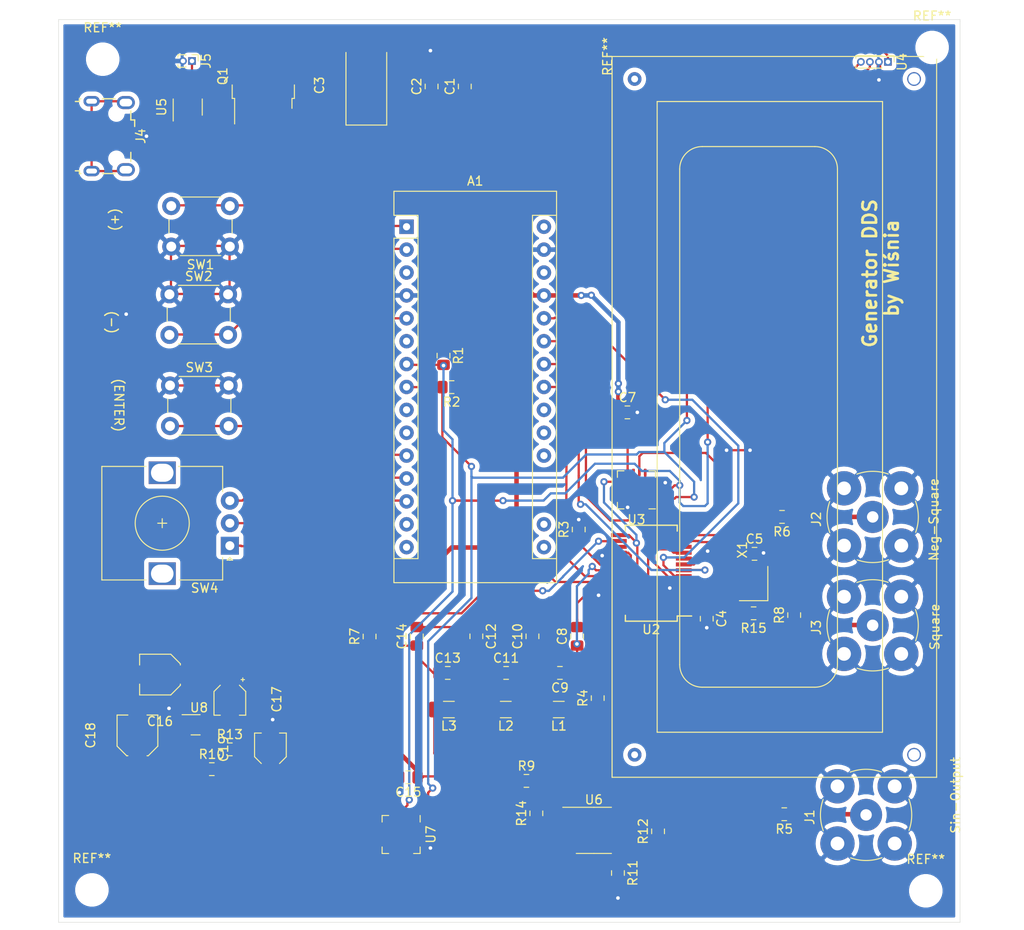
<source format=kicad_pcb>
(kicad_pcb (version 20171130) (host pcbnew "(5.1.5)-3")
  (layers (0 F.Cu signal) (31 B.Cu signal) (34 B.Paste user) (35 F.Paste user) (36 B.SilkS user) (37 F.SilkS user) (38 B.Mask user) (39 F.Mask user hide) (44 Edge.Cuts user))
  (net 0 "")
  (net 1 GNDA)
  (net 2 5V)
  (net 3 "Net-(C8-Pad1)")
  (net 4 "Net-(C10-Pad1)")
  (net 5 "Net-(C11-Pad1)")
  (net 6 Sin_output)
  (net 7 "Net-(C17-Pad1)")
  (net 8 "Net-(C17-Pad2)")
  (net 9 "Net-(C18-Pad1)")
  (net 10 -5V)
  (net 11 Square_Out)
  (net 12 Neg_Square_output)
  (net 13 +5V)
  (net 14 "Net-(J4-Pad2)")
  (net 15 "Net-(J4-Pad3)")
  (net 16 "Net-(J4-Pad4)")
  (net 17 "Net-(J4-Pad6)")
  (net 18 I2C_SCL)
  (net 19 I2C_SDA)
  (net 20 "Net-(R3-Pad1)")
  (net 21 VINP)
  (net 22 "Net-(R12-Pad1)")
  (net 23 "Net-(R10-Pad2)")
  (net 24 "Net-(R11-Pad1)")
  (net 25 out)
  (net 26 "Net-(R14-Pad1)")
  (net 27 Reset)
  (net 28 Freq_Update)
  (net 29 DATA)
  (net 30 CLK)
  (net 31 "Net-(U2-Pad1)")
  (net 32 "Net-(U2-Pad2)")
  (net 33 R-set)
  (net 34 VINN)
  (net 35 "Net-(U2-Pad17)")
  (net 36 "Net-(U2-Pad26)")
  (net 37 "Net-(U2-Pad27)")
  (net 38 "Net-(U2-Pad28)")
  (net 39 "Net-(U3-Pad11)")
  (net 40 "Net-(U3-Pad7)")
  (net 41 "Net-(U5-Pad3)")
  (net 42 DC-offset)
  (net 43 "Net-(U7-Pad11)")
  (net 44 "Net-(U8-Pad9)")
  (net 45 "Net-(Q1-Pad2)")
  (net 46 "Net-(J1-Pad1)")
  (net 47 "Net-(J2-Pad1)")
  (net 48 "Net-(J3-Pad1)")
  (net 49 "Net-(U7-Pad7)")
  (net 50 "Net-(U7-Pad6)")
  (net 51 "Net-(U7-Pad5)")
  (net 52 "Net-(C5-Pad1)")
  (net 53 "Net-(R15-Pad1)")
  (net 54 "Net-(A1-Pad16)")
  (net 55 "Net-(A1-Pad15)")
  (net 56 "Net-(A1-Pad30)")
  (net 57 "Net-(A1-Pad14)")
  (net 58 "Net-(A1-Pad13)")
  (net 59 "Net-(A1-Pad28)")
  (net 60 "Net-(A1-Pad12)")
  (net 61 "Net-(A1-Pad11)")
  (net 62 "Net-(A1-Pad10)")
  (net 63 "Net-(A1-Pad9)")
  (net 64 "Net-(A1-Pad22)")
  (net 65 "Net-(A1-Pad6)")
  (net 66 "Net-(A1-Pad21)")
  (net 67 "Net-(A1-Pad5)")
  (net 68 "Net-(A1-Pad20)")
  (net 69 "Net-(A1-Pad3)")
  (net 70 "Net-(A1-Pad17)")
  (net 71 "Net-(A1-Pad1)")
  (net 72 "Net-(A1-Pad2)")
  (module Package_SO:SOIC-8_3.9x4.9mm_P1.27mm (layer F.Cu) (at 129.378 144.792)
    (fp_text reference U6 (at 0 -3.4) (layer F.SilkS))
    (fp_text value Opamp_Dual_Generic)
    (pad 8 smd roundrect (at 2.475 -1.905) (size 1.95 0.6) (layers F.Cu F.Paste F.Mask) (net 2 5V))
    (pad 7 smd roundrect (at 2.475 -0.635) (size 1.95 0.6) (layers F.Cu F.Paste F.Mask) (net 25 out))
    (pad 6 smd roundrect (at 2.475 0.635) (size 1.95 0.6) (layers F.Cu F.Paste F.Mask) (net 22 "Net-(R12-Pad1)"))
    (pad 5 smd roundrect (at 2.475 1.905) (size 1.95 0.6) (layers F.Cu F.Paste F.Mask) (net 24 "Net-(R11-Pad1)"))
    (pad 4 smd roundrect (at -2.475 1.905) (size 1.95 0.6) (layers F.Cu F.Paste F.Mask) (net 10 -5V))
    (pad 3 smd roundrect (at -2.475 0.635) (size 1.95 0.6) (layers F.Cu F.Paste F.Mask) (net 42 DC-offset))
    (pad 2 smd roundrect (at -2.475 -0.635) (size 1.95 0.6) (layers F.Cu F.Paste F.Mask) (net 26 "Net-(R14-Pad1)"))
    (pad 1 smd roundrect (at -2.475 -1.905) (size 1.95 0.6) (layers F.Cu F.Paste F.Mask) (net 22 "Net-(R12-Pad1)"))
  )
  (module Display:lcd_2x16 (layer F.Cu) (at 131.4 58.9 270)
    (fp_text reference REF** (at 0 0.5 270) (layer F.SilkS))
    (fp_text value lcd_2x16)
    (pad 1 thru_hole circle (at 77.5 -33.5 270) (size 1.524 1.524) (drill 1.25) (layers *.Cu *.Mask))
    (pad 1 thru_hole circle (at 77.5 -2.5 270) (size 1.524 1.524) (drill 0.762) (layers *.Cu *.Mask))
    (pad 1 thru_hole circle (at 2.5 -33.5 270) (size 1.524 1.524) (drill 1.25) (layers *.Cu *.Mask))
    (pad 1 thru_hole circle (at 2.5 -2.5 270) (size 1.524 1.524) (drill 0.762) (layers *.Cu *.Mask))
  )
  (module MountingHole:MountingHole_2.7mm_M2.5 (layer F.Cu) (at 166.9 57.9)
    (fp_text reference REF** (at 0 -3.5) (layer F.SilkS))
    (fp_text value MountingHole_2.7mm_M2.5)
    (pad 1 np_thru_hole circle (at 0 0) (size 2.7 2.7) (drill 2.7) (layers *.Cu *.Mask))
  )
  (module Module:Arduino_Nano (layer F.Cu) (at 108.6 77.8)
    (fp_text reference A1 (at 7.62 -5.08) (layer F.SilkS))
    (fp_text value Arduino_Nano_v2.x)
    (pad 16 thru_hole oval (at 15.24 35.56) (size 1.6 1.6) (drill 0.8) (layers *.Cu *.Mask) (net 54 "Net-(A1-Pad16)"))
    (pad 15 thru_hole oval (at 0 35.56) (size 1.6 1.6) (drill 0.8) (layers *.Cu *.Mask) (net 55 "Net-(A1-Pad15)"))
    (pad 30 thru_hole oval (at 15.24 0) (size 1.6 1.6) (drill 0.8) (layers *.Cu *.Mask) (net 56 "Net-(A1-Pad30)"))
    (pad 14 thru_hole oval (at 0 33.02) (size 1.6 1.6) (drill 0.8) (layers *.Cu *.Mask) (net 57 "Net-(A1-Pad14)"))
    (pad 29 thru_hole oval (at 15.24 2.54) (size 1.6 1.6) (drill 0.8) (layers *.Cu *.Mask) (net 1 GNDA))
    (pad 13 thru_hole oval (at 0 30.48) (size 1.6 1.6) (drill 0.8) (layers *.Cu *.Mask) (net 58 "Net-(A1-Pad13)"))
    (pad 28 thru_hole oval (at 15.24 5.08) (size 1.6 1.6) (drill 0.8) (layers *.Cu *.Mask) (net 59 "Net-(A1-Pad28)"))
    (pad 12 thru_hole oval (at 0 27.94) (size 1.6 1.6) (drill 0.8) (layers *.Cu *.Mask) (net 60 "Net-(A1-Pad12)"))
    (pad 27 thru_hole oval (at 15.24 7.62) (size 1.6 1.6) (drill 0.8) (layers *.Cu *.Mask) (net 2 5V))
    (pad 11 thru_hole oval (at 0 25.4) (size 1.6 1.6) (drill 0.8) (layers *.Cu *.Mask) (net 61 "Net-(A1-Pad11)"))
    (pad 26 thru_hole oval (at 15.24 10.16) (size 1.6 1.6) (drill 0.8) (layers *.Cu *.Mask) (net 30 CLK))
    (pad 10 thru_hole oval (at 0 22.86) (size 1.6 1.6) (drill 0.8) (layers *.Cu *.Mask) (net 62 "Net-(A1-Pad10)"))
    (pad 25 thru_hole oval (at 15.24 12.7) (size 1.6 1.6) (drill 0.8) (layers *.Cu *.Mask) (net 29 DATA))
    (pad 9 thru_hole oval (at 0 20.32) (size 1.6 1.6) (drill 0.8) (layers *.Cu *.Mask) (net 63 "Net-(A1-Pad9)"))
    (pad 24 thru_hole oval (at 15.24 15.24) (size 1.6 1.6) (drill 0.8) (layers *.Cu *.Mask) (net 28 Freq_Update))
    (pad 8 thru_hole oval (at 0 17.78) (size 1.6 1.6) (drill 0.8) (layers *.Cu *.Mask) (net 18 I2C_SCL))
    (pad 23 thru_hole oval (at 15.24 17.78) (size 1.6 1.6) (drill 0.8) (layers *.Cu *.Mask) (net 27 Reset))
    (pad 7 thru_hole oval (at 0 15.24) (size 1.6 1.6) (drill 0.8) (layers *.Cu *.Mask) (net 19 I2C_SDA))
    (pad 22 thru_hole oval (at 15.24 20.32) (size 1.6 1.6) (drill 0.8) (layers *.Cu *.Mask) (net 64 "Net-(A1-Pad22)"))
    (pad 6 thru_hole oval (at 0 12.7) (size 1.6 1.6) (drill 0.8) (layers *.Cu *.Mask) (net 65 "Net-(A1-Pad6)"))
    (pad 21 thru_hole oval (at 15.24 22.86) (size 1.6 1.6) (drill 0.8) (layers *.Cu *.Mask) (net 66 "Net-(A1-Pad21)"))
    (pad 5 thru_hole oval (at 0 10.16) (size 1.6 1.6) (drill 0.8) (layers *.Cu *.Mask) (net 67 "Net-(A1-Pad5)"))
    (pad 20 thru_hole oval (at 15.24 25.4) (size 1.6 1.6) (drill 0.8) (layers *.Cu *.Mask) (net 68 "Net-(A1-Pad20)"))
    (pad 4 thru_hole oval (at 0 7.62) (size 1.6 1.6) (drill 0.8) (layers *.Cu *.Mask) (net 1 GNDA))
    (pad 3 thru_hole oval (at 0 5.08) (size 1.6 1.6) (drill 0.8) (layers *.Cu *.Mask) (net 69 "Net-(A1-Pad3)"))
    (pad 2 thru_hole oval (at 0 2.54) (size 1.6 1.6) (drill 0.8) (layers *.Cu *.Mask) (net 72 "Net-(A1-Pad2)"))
    (pad 17 thru_hole oval (at 15.24 33.02) (size 1.6 1.6) (drill 0.8) (layers *.Cu *.Mask) (net 70 "Net-(A1-Pad17)"))
    (pad 1 thru_hole rect (at 0 0) (size 1.6 1.6) (drill 0.8) (layers *.Cu *.Mask) (net 71 "Net-(A1-Pad1)"))
  )
  (module Capacitor_SMD:C_0805_2012Metric_Pad1.15x1.40mm_HandSolder (layer F.Cu) (at 133.1 98.4)
    (fp_text reference C7 (at 0 -1.65) (layer F.SilkS))
    (fp_text value 100nF)
    (pad 2 smd roundrect (at 1.025 0) (size 1.15 1.4) (layers F.Cu F.Paste F.Mask) (roundrect_rratio 0.217391) (net 1 GNDA))
    (pad 1 smd roundrect (at -1.025 0) (size 1.15 1.4) (layers F.Cu F.Paste F.Mask) (roundrect_rratio 0.217391) (net 2 5V))
  )
  (module MountingHole:MountingHole_2.7mm_M2.5 (layer F.Cu) (at 73.7 151.4)
    (fp_text reference REF** (at 0 -3.5) (layer F.SilkS))
    (fp_text value MountingHole_2.7mm_M2.5)
    (pad 1 np_thru_hole circle (at 0 0) (size 2.7 2.7) (drill 2.7) (layers *.Cu *.Mask))
  )
  (module MountingHole:MountingHole_2.7mm_M2.5 (layer F.Cu) (at 166.2 151.5)
    (fp_text reference REF** (at 0 -3.5) (layer F.SilkS))
    (fp_text value MountingHole_2.7mm_M2.5)
    (pad 1 np_thru_hole circle (at 0 0) (size 2.7 2.7) (drill 2.7) (layers *.Cu *.Mask))
  )
  (module MountingHole:MountingHole_2.7mm_M2.5 (layer F.Cu) (at 74.9 59.2)
    (fp_text reference REF** (at 0 -3.5) (layer F.SilkS))
    (fp_text value MountingHole_2.7mm_M2.5)
    (pad 1 np_thru_hole circle (at 0 0) (size 2.7 2.7) (drill 2.7) (layers *.Cu *.Mask))
  )
  (module Capacitor_Tantalum_SMD:CP_EIA-7343-31_Kemet-D (layer F.Cu) (at 104.14 62.103 90)
    (fp_text reference C3 (at 0 -5.2 90) (layer F.SilkS))
    (fp_text value 10uF)
    (pad 2 smd roundrect (at 3.1125 0 90) (size 2.075 2.55) (layers F.Cu F.Paste F.Mask) (roundrect_rratio 0.120482) (net 1 GNDA))
    (pad 1 smd roundrect (at -3.1125 0 90) (size 2.075 2.55) (layers F.Cu F.Paste F.Mask) (roundrect_rratio 0.120482) (net 2 5V))
  )
  (module Resistor_SMD:R_0805_2012Metric_Pad1.15x1.40mm_HandSolder (layer F.Cu) (at 147.1 120.7 180)
    (fp_text reference R15 (at 0 -1.65) (layer F.SilkS))
    (fp_text value 25)
    (pad 2 smd roundrect (at 1.025 0 180) (size 1.15 1.4) (layers F.Cu F.Paste F.Mask) (roundrect_rratio 0.217391) (net 2 5V))
    (pad 1 smd roundrect (at -1.025 0 180) (size 1.15 1.4) (layers F.Cu F.Paste F.Mask) (roundrect_rratio 0.217391) (net 53 "Net-(R15-Pad1)"))
  )
  (module Capacitor_SMD:C_0805_2012Metric_Pad1.15x1.40mm_HandSolder (layer F.Cu) (at 147.2 114.1)
    (fp_text reference C5 (at 0 -1.65) (layer F.SilkS))
    (fp_text value 15pF)
    (pad 2 smd roundrect (at 1.025 0) (size 1.15 1.4) (layers F.Cu F.Paste F.Mask) (roundrect_rratio 0.217391) (net 1 GNDA))
    (pad 1 smd roundrect (at -1.025 0) (size 1.15 1.4) (layers F.Cu F.Paste F.Mask) (roundrect_rratio 0.217391) (net 52 "Net-(C5-Pad1)"))
  )
  (module Capacitor_SMD:C_0805_2012Metric_Pad1.15x1.40mm_HandSolder (layer F.Cu) (at 141.9 121.3 270)
    (fp_text reference C4 (at 0 -1.65 90) (layer F.SilkS))
    (fp_text value 100nF)
    (pad 2 smd roundrect (at 1.025 0 270) (size 1.15 1.4) (layers F.Cu F.Paste F.Mask) (roundrect_rratio 0.217391) (net 1 GNDA))
    (pad 1 smd roundrect (at -1.025 0 270) (size 1.15 1.4) (layers F.Cu F.Paste F.Mask) (roundrect_rratio 0.217391) (net 2 5V))
  )
  (module Connector_PinHeader_1.00mm:PinHeader_1x04_P1.00mm_Vertical (layer F.Cu) (at 162 59.5 270)
    (fp_text reference U4 (at 0 -1.56 90) (layer F.SilkS))
    (fp_text value I2C_HD44780)
    (pad 4 thru_hole oval (at 0 3 270) (size 0.85 0.85) (drill 0.5) (layers *.Cu *.Mask) (net 18 I2C_SCL))
    (pad 3 thru_hole oval (at 0 2 270) (size 0.85 0.85) (drill 0.5) (layers *.Cu *.Mask) (net 19 I2C_SDA))
    (pad 2 thru_hole oval (at 0 1 270) (size 0.85 0.85) (drill 0.5) (layers *.Cu *.Mask) (net 1 GNDA))
    (pad 1 thru_hole rect (at 0 0 270) (size 0.85 0.85) (drill 0.5) (layers *.Cu *.Mask) (net 2 5V))
  )
  (module Connector_PinHeader_1.00mm:PinHeader_1x02_P1.00mm_Vertical (layer F.Cu) (at 84.8 59.4 270)
    (fp_text reference J5 (at 0 -1.56 90) (layer F.SilkS))
    (fp_text value Conn_01x02_Male)
    (pad 2 thru_hole oval (at 0 1 270) (size 0.85 0.85) (drill 0.5) (layers *.Cu *.Mask) (net 1 GNDA))
    (pad 1 thru_hole rect (at 0 0 270) (size 0.85 0.85) (drill 0.5) (layers *.Cu *.Mask) (net 13 +5V))
  )
  (module Package_TO_SOT_SMD:SOT-23-5 (layer F.Cu) (at 84.328 64.516 90)
    (fp_text reference U5 (at 0 -2.9 90) (layer F.SilkS))
    (fp_text value NCP346)
    (pad 5 smd rect (at 1.1 -0.95 90) (size 1.06 0.65) (layers F.Cu F.Paste F.Mask) (net 13 +5V))
    (pad 4 smd rect (at 1.1 0.95 90) (size 1.06 0.65) (layers F.Cu F.Paste F.Mask) (net 13 +5V))
    (pad 3 smd rect (at -1.1 0.95 90) (size 1.06 0.65) (layers F.Cu F.Paste F.Mask) (net 41 "Net-(U5-Pad3)"))
    (pad 2 smd rect (at -1.1 0 90) (size 1.06 0.65) (layers F.Cu F.Paste F.Mask) (net 1 GNDA))
    (pad 1 smd rect (at -1.1 -0.95 90) (size 1.06 0.65) (layers F.Cu F.Paste F.Mask) (net 45 "Net-(Q1-Pad2)"))
  )
  (module Package_SON:WSON-8-1EP_2x2mm_P0.5mm_EP0.9x1.6mm (layer F.Cu) (at 85.202 133.074)
    (fp_text reference U8 (at 0.38 -1.9) (layer F.SilkS))
    (fp_text value LM27761)
    (pad 6 smd rect (at 0.95 0.25) (size 0.5 0.25) (layers F.Cu F.Paste F.Mask) (net 1 GNDA))
    (pad 5 smd rect (at 0.95 0.75) (size 0.5 0.25) (layers F.Cu F.Paste F.Mask) (net 23 "Net-(R10-Pad2)"))
    (pad 4 smd rect (at -0.95 0.75) (size 0.5 0.25) (layers F.Cu F.Paste F.Mask) (net 10 -5V))
    (pad 2 smd rect (at -0.95 -0.25) (size 0.5 0.25) (layers F.Cu F.Paste F.Mask) (net 1 GNDA))
    (pad 1 smd rect (at -0.95 -0.75) (size 0.5 0.25) (layers F.Cu F.Paste F.Mask) (net 2 5V))
    (pad 9 smd rect (at 0 0) (size 0.9 1.6) (layers F.Cu F.Mask) (net 44 "Net-(U8-Pad9)"))
    (pad 8 smd rect (at 0.95 -0.75) (size 0.5 0.25) (layers F.Cu F.Paste F.Mask) (net 7 "Net-(C17-Pad1)"))
    (pad 7 smd rect (at 0.95 -0.25) (size 0.5 0.25) (layers F.Cu F.Paste F.Mask) (net 8 "Net-(C17-Pad2)"))
    (pad 3 smd rect (at -0.95 0.25) (size 0.5 0.25) (layers F.Cu F.Paste F.Mask) (net 9 "Net-(C18-Pad1)"))
  )
  (module Package_DFN_QFN:QFN-16-1EP_4x4mm_P0.65mm_EP2.5x2.5mm (layer F.Cu) (at 108 145.25 270)
    (fp_text reference U7 (at 0 -3.3 90) (layer F.SilkS))
    (fp_text value MCP4651)
    (pad 16 smd roundrect (at -0.975 -1.9375 270) (size 0.3 0.825) (layers F.Cu F.Paste F.Mask))
    (pad 15 smd roundrect (at -0.325 -1.9375 270) (size 0.3 0.825) (layers F.Cu F.Paste F.Mask) (net 2 5V))
    (pad 14 smd roundrect (at 0.325 -1.9375 270) (size 0.3 0.825) (layers F.Cu F.Paste F.Mask) (net 1 GNDA))
    (pad 13 smd roundrect (at 0.975 -1.9375 270) (size 0.3 0.825) (layers F.Cu F.Paste F.Mask) (net 1 GNDA))
    (pad 12 smd roundrect (at 1.9375 -0.975 270) (size 0.825 0.3) (layers F.Cu F.Paste F.Mask) (net 1 GNDA))
    (pad 11 smd roundrect (at 1.9375 -0.325 270) (size 0.825 0.3) (layers F.Cu F.Paste F.Mask) (net 43 "Net-(U7-Pad11)"))
    (pad 10 smd roundrect (at 1.9375 0.325 270) (size 0.825 0.3) (layers F.Cu F.Paste F.Mask) (net 2 5V))
    (pad 9 smd roundrect (at 1.9375 0.975 270) (size 0.825 0.3) (layers F.Cu F.Paste F.Mask) (net 42 DC-offset))
    (pad 8 smd roundrect (at 0.975 1.9375 270) (size 0.3 0.825) (layers F.Cu F.Paste F.Mask) (net 10 -5V))
    (pad 7 smd roundrect (at 0.325 1.9375 270) (size 0.3 0.825) (layers F.Cu F.Paste F.Mask) (net 49 "Net-(U7-Pad7)"))
    (pad 6 smd roundrect (at -0.325 1.9375 270) (size 0.3 0.825) (layers F.Cu F.Paste F.Mask) (net 50 "Net-(U7-Pad6)"))
    (pad 5 smd roundrect (at -0.975 1.9375 270) (size 0.3 0.825) (layers F.Cu F.Paste F.Mask) (net 51 "Net-(U7-Pad5)"))
    (pad 4 smd roundrect (at -1.9375 0.975 270) (size 0.825 0.3) (layers F.Cu F.Paste F.Mask))
    (pad 3 smd roundrect (at -1.9375 0.325 270) (size 0.825 0.3) (layers F.Cu F.Paste F.Mask) (net 1 GNDA))
    (pad 2 smd roundrect (at -1.9375 -0.325 270) (size 0.825 0.3) (layers F.Cu F.Paste F.Mask) (net 19 I2C_SDA))
    (pad 1 smd roundrect (at -1.9375 -0.975 270) (size 0.825 0.3) (layers F.Cu F.Paste F.Mask) (net 18 I2C_SCL))
  )
  (module Resistor_SMD:R_0805_2012Metric_Pad1.15x1.40mm_HandSolder (layer F.Cu) (at 121.9 139.3)
    (fp_text reference R9 (at 0 -1.65) (layer F.SilkS))
    (fp_text value 10k)
    (pad 1 smd roundrect (at -1.025 0) (size 1.15 1.4) (layers F.Cu F.Paste F.Mask) (roundrect_rratio 0.217391) (net 6 Sin_output))
    (pad 2 smd roundrect (at 1.025 0) (size 1.15 1.4) (layers F.Cu F.Paste F.Mask) (roundrect_rratio 0.217391) (net 22 "Net-(R12-Pad1)"))
  )
  (module Package_DFN_QFN:QFN-16-1EP_4x4mm_P0.65mm_EP2.5x2.5mm (layer F.Cu) (at 134.1 107 180)
    (fp_text reference U3 (at 0 -3.3) (layer F.SilkS))
    (fp_text value MCP4651)
    (pad 16 smd roundrect (at -0.975 -1.9375 180) (size 0.3 0.825) (layers F.Cu F.Paste F.Mask))
    (pad 15 smd roundrect (at -0.325 -1.9375 180) (size 0.3 0.825) (layers F.Cu F.Paste F.Mask) (net 2 5V))
    (pad 14 smd roundrect (at 0.325 -1.9375 180) (size 0.3 0.825) (layers F.Cu F.Paste F.Mask) (net 1 GNDA))
    (pad 13 smd roundrect (at 0.975 -1.9375 180) (size 0.3 0.825) (layers F.Cu F.Paste F.Mask) (net 1 GNDA))
    (pad 12 smd roundrect (at 1.9375 -0.975 180) (size 0.825 0.3) (layers F.Cu F.Paste F.Mask) (net 1 GNDA))
    (pad 11 smd roundrect (at 1.9375 -0.325 180) (size 0.825 0.3) (layers F.Cu F.Paste F.Mask) (net 39 "Net-(U3-Pad11)"))
    (pad 10 smd roundrect (at 1.9375 0.325 180) (size 0.825 0.3) (layers F.Cu F.Paste F.Mask) (net 1 GNDA))
    (pad 9 smd roundrect (at 1.9375 0.975 180) (size 0.825 0.3) (layers F.Cu F.Paste F.Mask) (net 34 VINN))
    (pad 8 smd roundrect (at 0.975 1.9375 180) (size 0.3 0.825) (layers F.Cu F.Paste F.Mask) (net 2 5V))
    (pad 7 smd roundrect (at 0.325 1.9375 180) (size 0.3 0.825) (layers F.Cu F.Paste F.Mask) (net 40 "Net-(U3-Pad7)"))
    (pad 6 smd roundrect (at -0.325 1.9375 180) (size 0.3 0.825) (layers F.Cu F.Paste F.Mask) (net 33 R-set))
    (pad 5 smd roundrect (at -0.975 1.9375 180) (size 0.3 0.825) (layers F.Cu F.Paste F.Mask) (net 1 GNDA))
    (pad 4 smd roundrect (at -1.9375 0.975 180) (size 0.825 0.3) (layers F.Cu F.Paste F.Mask))
    (pad 3 smd roundrect (at -1.9375 0.325 180) (size 0.825 0.3) (layers F.Cu F.Paste F.Mask) (net 1 GNDA))
    (pad 2 smd roundrect (at -1.9375 -0.325 180) (size 0.825 0.3) (layers F.Cu F.Paste F.Mask) (net 19 I2C_SDA))
    (pad 1 smd roundrect (at -1.9375 -0.975 180) (size 0.825 0.3) (layers F.Cu F.Paste F.Mask) (net 18 I2C_SCL))
  )
  (module Capacitor_SMD:CP_Elec_3x5.3 (layer F.Cu) (at 89 130.25 270)
    (fp_text reference C17 (at 0 -5.2 90) (layer F.SilkS))
    (fp_text value 1uF)
    (pad 2 smd rect (at 1.5 0 270) (size 2.2 1.6) (layers F.Cu F.Paste F.Mask) (net 8 "Net-(C17-Pad2)"))
    (pad 1 smd rect (at -1.5 0 270) (size 2.2 1.6) (layers F.Cu F.Paste F.Mask) (net 7 "Net-(C17-Pad1)"))
  )
  (module Capacitor_SMD:C_Elec_4x5.4 (layer F.Cu) (at 78.75 134.25 90)
    (fp_text reference C18 (at 0 -5.2 90) (layer F.SilkS))
    (fp_text value 4,7uF)
    (pad 2 smd roundrect (at 1.675 0 90) (size 2.65 1.6) (layers F.Cu F.Paste F.Mask) (roundrect_rratio 0.15625) (net 1 GNDA))
    (pad 1 smd roundrect (at -1.675 0 90) (size 2.65 1.6) (layers F.Cu F.Paste F.Mask) (roundrect_rratio 0.15625) (net 9 "Net-(C18-Pad1)"))
  )
  (module Capacitor_SMD:C_Elec_3x5.4 (layer F.Cu) (at 93.5 135.75 90)
    (fp_text reference C19 (at 0 -5.2 90) (layer F.SilkS))
    (fp_text value 2,2uF)
    (pad 2 smd roundrect (at 1.325 0 90) (size 2.35 1.5) (layers F.Cu F.Paste F.Mask) (roundrect_rratio 0.166667) (net 1 GNDA))
    (pad 1 smd roundrect (at -1.325 0 90) (size 2.35 1.5) (layers F.Cu F.Paste F.Mask) (roundrect_rratio 0.166667) (net 10 -5V))
  )
  (module Capacitor_SMD:C_Elec_4x5.4 (layer F.Cu) (at 81.25 127.5 180)
    (fp_text reference C16 (at 0 -5.2) (layer F.SilkS))
    (fp_text value 4,7uF)
    (pad 2 smd roundrect (at 1.675 0 180) (size 2.65 1.6) (layers F.Cu F.Paste F.Mask) (roundrect_rratio 0.15625) (net 1 GNDA))
    (pad 1 smd roundrect (at -1.675 0 180) (size 2.65 1.6) (layers F.Cu F.Paste F.Mask) (roundrect_rratio 0.15625) (net 2 5V))
  )
  (module Oscillator:Oscillator_SMD_Abracon_ASE-4Pin_3.2x2.5mm (layer F.Cu) (at 147.1 117.4 90)
    (fp_text reference X1 (at 3.75 -1.25 90) (layer F.SilkS))
    (fp_text value ACO-xxxMHz)
    (pad 4 smd rect (at -1.05 -0.825 90) (size 1.3 1.1) (layers F.Cu F.Paste F.Mask) (net 2 5V))
    (pad 3 smd rect (at 1.05 -0.825 90) (size 1.3 1.1) (layers F.Cu F.Paste F.Mask) (net 52 "Net-(C5-Pad1)"))
    (pad 2 smd rect (at 1.05 0.825 90) (size 1.3 1.1) (layers F.Cu F.Paste F.Mask) (net 1 GNDA))
    (pad 1 smd rect (at -1.05 0.825 90) (size 1.3 1.1) (layers F.Cu F.Paste F.Mask) (net 53 "Net-(R15-Pad1)"))
  )
  (module Capacitor_SMD:C_0805_2012Metric_Pad1.15x1.40mm_HandSolder (layer F.Cu) (at 115.062 62.23 90)
    (fp_text reference C1 (at 0 -1.65 90) (layer F.SilkS))
    (fp_text value 100nF)
    (pad 2 smd roundrect (at 1.025 0 90) (size 1.15 1.4) (layers F.Cu F.Paste F.Mask) (roundrect_rratio 0.217391) (net 1 GNDA))
    (pad 1 smd roundrect (at -1.025 0 90) (size 1.15 1.4) (layers F.Cu F.Paste F.Mask) (roundrect_rratio 0.217391) (net 2 5V))
  )
  (module Capacitor_SMD:C_0805_2012Metric_Pad1.15x1.40mm_HandSolder (layer F.Cu) (at 111.379 62.23 90)
    (fp_text reference C2 (at 0 -1.65 90) (layer F.SilkS))
    (fp_text value 100nF)
    (pad 1 smd roundrect (at -1.025 0 90) (size 1.15 1.4) (layers F.Cu F.Paste F.Mask) (roundrect_rratio 0.217391) (net 2 5V))
    (pad 2 smd roundrect (at 1.025 0 90) (size 1.15 1.4) (layers F.Cu F.Paste F.Mask) (roundrect_rratio 0.217391) (net 1 GNDA))
  )
  (module Capacitor_SMD:C_0805_2012Metric_Pad1.15x1.40mm_HandSolder (layer F.Cu) (at 127.52 123.254 90)
    (fp_text reference C8 (at 0 -1.65 90) (layer F.SilkS))
    (fp_text value 22pF)
    (pad 1 smd roundrect (at -1.025 0 90) (size 1.15 1.4) (layers F.Cu F.Paste F.Mask) (roundrect_rratio 0.217391) (net 3 "Net-(C8-Pad1)"))
    (pad 2 smd roundrect (at 1.025 0 90) (size 1.15 1.4) (layers F.Cu F.Paste F.Mask) (roundrect_rratio 0.217391) (net 1 GNDA))
  )
  (module Capacitor_SMD:C_0805_2012Metric_Pad1.15x1.40mm_HandSolder (layer F.Cu) (at 125.615 127.318 180)
    (fp_text reference C9 (at 0 -1.65) (layer F.SilkS))
    (fp_text value 1pF)
    (pad 2 smd roundrect (at 1.025 0 180) (size 1.15 1.4) (layers F.Cu F.Paste F.Mask) (roundrect_rratio 0.217391) (net 4 "Net-(C10-Pad1)"))
    (pad 1 smd roundrect (at -1.025 0 180) (size 1.15 1.4) (layers F.Cu F.Paste F.Mask) (roundrect_rratio 0.217391) (net 3 "Net-(C8-Pad1)"))
  )
  (module Capacitor_SMD:C_0805_2012Metric_Pad1.15x1.40mm_HandSolder (layer F.Cu) (at 122.567 123.254 90)
    (fp_text reference C10 (at 0 -1.65 90) (layer F.SilkS))
    (fp_text value 33pF)
    (pad 1 smd roundrect (at -1.025 0 90) (size 1.15 1.4) (layers F.Cu F.Paste F.Mask) (roundrect_rratio 0.217391) (net 4 "Net-(C10-Pad1)"))
    (pad 2 smd roundrect (at 1.025 0 90) (size 1.15 1.4) (layers F.Cu F.Paste F.Mask) (roundrect_rratio 0.217391) (net 1 GNDA))
  )
  (module Capacitor_SMD:C_0805_2012Metric_Pad1.15x1.40mm_HandSolder (layer F.Cu) (at 119.646 127.318)
    (fp_text reference C11 (at 0 -1.65) (layer F.SilkS))
    (fp_text value 5,6pF)
    (pad 1 smd roundrect (at -1.025 0) (size 1.15 1.4) (layers F.Cu F.Paste F.Mask) (roundrect_rratio 0.217391) (net 5 "Net-(C11-Pad1)"))
    (pad 2 smd roundrect (at 1.025 0) (size 1.15 1.4) (layers F.Cu F.Paste F.Mask) (roundrect_rratio 0.217391) (net 4 "Net-(C10-Pad1)"))
  )
  (module Capacitor_SMD:C_0805_2012Metric_Pad1.15x1.40mm_HandSolder (layer F.Cu) (at 116.344 123.254 270)
    (fp_text reference C12 (at 0 -1.65 90) (layer F.SilkS))
    (fp_text value 22pF)
    (pad 1 smd roundrect (at -1.025 0 270) (size 1.15 1.4) (layers F.Cu F.Paste F.Mask) (roundrect_rratio 0.217391) (net 1 GNDA))
    (pad 2 smd roundrect (at 1.025 0 270) (size 1.15 1.4) (layers F.Cu F.Paste F.Mask) (roundrect_rratio 0.217391) (net 5 "Net-(C11-Pad1)"))
  )
  (module Capacitor_SMD:C_0805_2012Metric_Pad1.15x1.40mm_HandSolder (layer F.Cu) (at 113.169 127.318)
    (fp_text reference C13 (at 0 -1.65) (layer F.SilkS))
    (fp_text value 4,7pF)
    (pad 2 smd roundrect (at 1.025 0) (size 1.15 1.4) (layers F.Cu F.Paste F.Mask) (roundrect_rratio 0.217391) (net 5 "Net-(C11-Pad1)"))
    (pad 1 smd roundrect (at -1.025 0) (size 1.15 1.4) (layers F.Cu F.Paste F.Mask) (roundrect_rratio 0.217391) (net 6 Sin_output))
  )
  (module Capacitor_SMD:C_0805_2012Metric_Pad1.15x1.40mm_HandSolder (layer F.Cu) (at 109.74 123.254 90)
    (fp_text reference C14 (at 0 -1.65 90) (layer F.SilkS))
    (fp_text value 22pF)
    (pad 1 smd roundrect (at -1.025 0 90) (size 1.15 1.4) (layers F.Cu F.Paste F.Mask) (roundrect_rratio 0.217391) (net 6 Sin_output))
    (pad 2 smd roundrect (at 1.025 0 90) (size 1.15 1.4) (layers F.Cu F.Paste F.Mask) (roundrect_rratio 0.217391) (net 1 GNDA))
  )
  (module Capacitor_SMD:C_0805_2012Metric_Pad1.15x1.40mm_HandSolder (layer F.Cu) (at 108.8 138.9 180)
    (fp_text reference C15 (at 0 -1.65) (layer F.SilkS))
    (fp_text value 100nF)
    (pad 2 smd roundrect (at 1.025 0 180) (size 1.15 1.4) (layers F.Cu F.Paste F.Mask) (roundrect_rratio 0.217391) (net 1 GNDA))
    (pad 1 smd roundrect (at -1.025 0 180) (size 1.15 1.4) (layers F.Cu F.Paste F.Mask) (roundrect_rratio 0.217391) (net 2 5V))
  )
  (module Connector_Coaxial:BNC_TEConnectivity_1478204_Vertical (layer F.Cu) (at 159.575 143.075 90)
    (fp_text reference J1 (at -0.25 -6.25 90) (layer F.SilkS))
    (fp_text value Conn_Coaxial)
    (pad 2 thru_hole circle (at -3.175 -3.175 90) (size 3.81 3.81) (drill 1.524) (layers *.Cu *.Mask) (net 1 GNDA))
    (pad 1 thru_hole circle (at 0 0 90) (size 3.556 3.556) (drill 1.27) (layers *.Cu *.Mask) (net 46 "Net-(J1-Pad1)"))
    (pad 2 thru_hole circle (at 3.175 -3.175 90) (size 3.81 3.81) (drill 1.524) (layers *.Cu *.Mask) (net 1 GNDA))
    (pad 2 thru_hole circle (at -3.175 3.175 90) (size 3.81 3.81) (drill 1.524) (layers *.Cu *.Mask) (net 1 GNDA))
    (pad 2 thru_hole circle (at 3.175 3.175 90) (size 3.81 3.81) (drill 1.524) (layers *.Cu *.Mask) (net 1 GNDA))
  )
  (module Connector_Coaxial:BNC_TEConnectivity_1478204_Vertical (layer F.Cu) (at 160.308 110.006 90)
    (fp_text reference J2 (at -0.25 -6.25 90) (layer F.SilkS))
    (fp_text value Conn_Coaxial)
    (pad 2 thru_hole circle (at -3.175 -3.175 90) (size 3.81 3.81) (drill 1.524) (layers *.Cu *.Mask) (net 1 GNDA))
    (pad 1 thru_hole circle (at 0 0 90) (size 3.556 3.556) (drill 1.27) (layers *.Cu *.Mask) (net 47 "Net-(J2-Pad1)"))
    (pad 2 thru_hole circle (at 3.175 -3.175 90) (size 3.81 3.81) (drill 1.524) (layers *.Cu *.Mask) (net 1 GNDA))
    (pad 2 thru_hole circle (at -3.175 3.175 90) (size 3.81 3.81) (drill 1.524) (layers *.Cu *.Mask) (net 1 GNDA))
    (pad 2 thru_hole circle (at 3.175 3.175 90) (size 3.81 3.81) (drill 1.524) (layers *.Cu *.Mask) (net 1 GNDA))
  )
  (module Connector_Coaxial:BNC_TEConnectivity_1478204_Vertical (layer F.Cu) (at 160.304 122.032 90)
    (fp_text reference J3 (at -0.25 -6.25 90) (layer F.SilkS))
    (fp_text value Conn_Coaxial)
    (pad 2 thru_hole circle (at 3.175 3.175 90) (size 3.81 3.81) (drill 1.524) (layers *.Cu *.Mask) (net 1 GNDA))
    (pad 2 thru_hole circle (at -3.175 3.175 90) (size 3.81 3.81) (drill 1.524) (layers *.Cu *.Mask) (net 1 GNDA))
    (pad 2 thru_hole circle (at 3.175 -3.175 90) (size 3.81 3.81) (drill 1.524) (layers *.Cu *.Mask) (net 1 GNDA))
    (pad 1 thru_hole circle (at 0 0 90) (size 3.556 3.556) (drill 1.27) (layers *.Cu *.Mask) (net 48 "Net-(J3-Pad1)"))
    (pad 2 thru_hole circle (at -3.175 -3.175 90) (size 3.81 3.81) (drill 1.524) (layers *.Cu *.Mask) (net 1 GNDA))
  )
  (module Connector_USB:USB_Micro-B_Wuerth_629105150521 (layer F.Cu) (at 75.616 67.743 270)
    (fp_text reference J4 (at 0 -3.5 90) (layer F.SilkS))
    (fp_text value USB_B_Micro)
    (pad 1 smd rect (at -1.3 -1.9 270) (size 0.45 1.3) (layers F.Cu F.Paste F.Mask) (net 13 +5V))
    (pad 2 smd rect (at -0.65 -1.9 270) (size 0.45 1.3) (layers F.Cu F.Paste F.Mask) (net 14 "Net-(J4-Pad2)"))
    (pad 3 smd rect (at 0 -1.9 270) (size 0.45 1.3) (layers F.Cu F.Paste F.Mask) (net 15 "Net-(J4-Pad3)"))
    (pad 4 smd rect (at 0.65 -1.9 270) (size 0.45 1.3) (layers F.Cu F.Paste F.Mask) (net 16 "Net-(J4-Pad4)"))
    (pad 5 smd rect (at 1.3 -1.9 270) (size 0.45 1.3) (layers F.Cu F.Paste F.Mask) (net 1 GNDA))
    (pad 6 thru_hole oval (at -3.725 -1.85 270) (size 1.45 2) (drill oval 0.85 1.4) (layers *.Cu *.Mask) (net 17 "Net-(J4-Pad6)"))
    (pad 6 thru_hole oval (at 3.725 -1.85 270) (size 1.45 2) (drill oval 0.85 1.4) (layers *.Cu *.Mask) (net 17 "Net-(J4-Pad6)"))
    (pad 6 thru_hole oval (at -3.875 1.95 270) (size 1.15 1.8) (drill oval 0.55 1.2) (layers *.Cu *.Mask) (net 17 "Net-(J4-Pad6)"))
    (pad 6 thru_hole oval (at 3.875 1.95 270) (size 1.15 1.8) (drill oval 0.55 1.2) (layers *.Cu *.Mask) (net 17 "Net-(J4-Pad6)"))
    (pad "" np_thru_hole oval (at -2.5 -0.8 270) (size 0.8 0.8) (drill 0.8) (layers *.Cu *.Mask))
    (pad "" np_thru_hole oval (at 2.5 -0.8 270) (size 0.8 0.8) (drill 0.8) (layers *.Cu *.Mask))
  )
  (module Inductor_SMD:L_1206_3216Metric_Pad1.42x1.75mm_HandSolder (layer F.Cu) (at 125.488 131.382 180)
    (fp_text reference L1 (at 0 -1.82) (layer F.SilkS))
    (fp_text value 0,47uH)
    (pad 1 smd roundrect (at -1.4875 0 180) (size 1.425 1.75) (layers F.Cu F.Paste F.Mask) (roundrect_rratio 0.175439) (net 3 "Net-(C8-Pad1)"))
    (pad 2 smd roundrect (at 1.4875 0 180) (size 1.425 1.75) (layers F.Cu F.Paste F.Mask) (roundrect_rratio 0.175439) (net 4 "Net-(C10-Pad1)"))
  )
  (module Inductor_SMD:L_1206_3216Metric_Pad1.42x1.75mm_HandSolder (layer F.Cu) (at 119.6095 131.382 180)
    (fp_text reference L2 (at 0 -1.82) (layer F.SilkS))
    (fp_text value 0,39uH)
    (pad 2 smd roundrect (at 1.4875 0 180) (size 1.425 1.75) (layers F.Cu F.Paste F.Mask) (roundrect_rratio 0.175439) (net 5 "Net-(C11-Pad1)"))
    (pad 1 smd roundrect (at -1.4875 0 180) (size 1.425 1.75) (layers F.Cu F.Paste F.Mask) (roundrect_rratio 0.175439) (net 4 "Net-(C10-Pad1)"))
  )
  (module Inductor_SMD:L_1206_3216Metric_Pad1.42x1.75mm_HandSolder (layer F.Cu) (at 113.296 131.382 180)
    (fp_text reference L3 (at 0 -1.82) (layer F.SilkS))
    (fp_text value 0,39uH)
    (pad 1 smd roundrect (at -1.4875 0 180) (size 1.425 1.75) (layers F.Cu F.Paste F.Mask) (roundrect_rratio 0.175439) (net 5 "Net-(C11-Pad1)"))
    (pad 2 smd roundrect (at 1.4875 0 180) (size 1.425 1.75) (layers F.Cu F.Paste F.Mask) (roundrect_rratio 0.175439) (net 6 Sin_output))
  )
  (module Package_TO_SOT_SMD:TO-252-3_TabPin4 (layer F.Cu) (at 92.71 61.087 90)
    (fp_text reference Q1 (at 0 -4.5 90) (layer F.SilkS))
    (fp_text value Q_NMOS_GSD)
    (pad 1 smd rect (at -4.2 -2.28 90) (size 2.2 1.2) (layers F.Cu F.Paste F.Mask) (net 13 +5V))
    (pad 2 smd rect (at -4.2 0 90) (size 2.2 1.2) (layers F.Cu F.Paste F.Mask) (net 45 "Net-(Q1-Pad2)"))
    (pad 3 smd rect (at -4.2 2.28 90) (size 2.2 1.2) (layers F.Cu F.Paste F.Mask) (net 2 5V))
    (pad 4 smd rect (at 2.1 0 90) (size 6.4 5.8) (layers F.Cu F.Mask))
  )
  (module Resistor_SMD:R_0805_2012Metric_Pad1.15x1.40mm_HandSolder (layer F.Cu) (at 112.7 92.1 270)
    (fp_text reference R1 (at 0 -1.65 90) (layer F.SilkS))
    (fp_text value 10k)
    (pad 2 smd roundrect (at 1.025 0 270) (size 1.15 1.4) (layers F.Cu F.Paste F.Mask) (roundrect_rratio 0.217391) (net 19 I2C_SDA))
    (pad 1 smd roundrect (at -1.025 0 270) (size 1.15 1.4) (layers F.Cu F.Paste F.Mask) (roundrect_rratio 0.217391) (net 2 5V))
  )
  (module Resistor_SMD:R_0805_2012Metric_Pad1.15x1.40mm_HandSolder (layer F.Cu) (at 113.6 95.6 180)
    (fp_text reference R2 (at 0 -1.65) (layer F.SilkS))
    (fp_text value 10k)
    (pad 1 smd roundrect (at -1.025 0 180) (size 1.15 1.4) (layers F.Cu F.Paste F.Mask) (roundrect_rratio 0.217391) (net 2 5V))
    (pad 2 smd roundrect (at 1.025 0 180) (size 1.15 1.4) (layers F.Cu F.Paste F.Mask) (roundrect_rratio 0.217391) (net 18 I2C_SCL))
  )
  (module Resistor_SMD:R_0805_2012Metric_Pad1.15x1.40mm_HandSolder (layer F.Cu) (at 127.7 111.4 90)
    (fp_text reference R3 (at 0 -1.65 90) (layer F.SilkS))
    (fp_text value 25)
    (pad 2 smd roundrect (at 1.025 0 90) (size 1.15 1.4) (layers F.Cu F.Paste F.Mask) (roundrect_rratio 0.217391) (net 1 GNDA))
    (pad 1 smd roundrect (at -1.025 0 90) (size 1.15 1.4) (layers F.Cu F.Paste F.Mask) (roundrect_rratio 0.217391) (net 20 "Net-(R3-Pad1)"))
  )
  (module Resistor_SMD:R_0805_2012Metric_Pad1.15x1.40mm_HandSolder (layer F.Cu) (at 129.806 130.112 90)
    (fp_text reference R4 (at 0 -1.65 90) (layer F.SilkS))
    (fp_text value 50)
    (pad 1 smd roundrect (at -1.025 0 90) (size 1.15 1.4) (layers F.Cu F.Paste F.Mask) (roundrect_rratio 0.217391) (net 3 "Net-(C8-Pad1)"))
    (pad 2 smd roundrect (at 1.025 0 90) (size 1.15 1.4) (layers F.Cu F.Paste F.Mask) (roundrect_rratio 0.217391) (net 1 GNDA))
  )
  (module Resistor_SMD:R_0805_2012Metric_Pad1.15x1.40mm_HandSolder (layer F.Cu) (at 150.5 143 180)
    (fp_text reference R5 (at 0 -1.65) (layer F.SilkS))
    (fp_text value 50)
    (pad 1 smd roundrect (at -1.025 0 180) (size 1.15 1.4) (layers F.Cu F.Paste F.Mask) (roundrect_rratio 0.217391) (net 46 "Net-(J1-Pad1)"))
    (pad 2 smd roundrect (at 1.025 0 180) (size 1.15 1.4) (layers F.Cu F.Paste F.Mask) (roundrect_rratio 0.217391) (net 25 out))
  )
  (module Resistor_SMD:R_0805_2012Metric_Pad1.15x1.40mm_HandSolder (layer F.Cu) (at 150.25 110 180)
    (fp_text reference R6 (at 0 -1.65) (layer F.SilkS))
    (fp_text value 50)
    (pad 1 smd roundrect (at -1.025 0 180) (size 1.15 1.4) (layers F.Cu F.Paste F.Mask) (roundrect_rratio 0.217391) (net 47 "Net-(J2-Pad1)"))
    (pad 2 smd roundrect (at 1.025 0 180) (size 1.15 1.4) (layers F.Cu F.Paste F.Mask) (roundrect_rratio 0.217391) (net 11 Square_Out))
  )
  (module Resistor_SMD:R_0805_2012Metric_Pad1.15x1.40mm_HandSolder (layer F.Cu) (at 104.5 123.275 90)
    (fp_text reference R7 (at 0 -1.65 90) (layer F.SilkS))
    (fp_text value 1k)
    (pad 2 smd roundrect (at 1.025 0 90) (size 1.15 1.4) (layers F.Cu F.Paste F.Mask) (roundrect_rratio 0.217391) (net 21 VINP))
    (pad 1 smd roundrect (at -1.025 0 90) (size 1.15 1.4) (layers F.Cu F.Paste F.Mask) (roundrect_rratio 0.217391) (net 6 Sin_output))
  )
  (module Resistor_SMD:R_0805_2012Metric_Pad1.15x1.40mm_HandSolder (layer F.Cu) (at 151.6 120.9 90)
    (fp_text reference R8 (at 0 -1.65 90) (layer F.SilkS))
    (fp_text value 50)
    (pad 2 smd roundrect (at 1.025 0 90) (size 1.15 1.4) (layers F.Cu F.Paste F.Mask) (roundrect_rratio 0.217391) (net 12 Neg_Square_output))
    (pad 1 smd roundrect (at -1.025 0 90) (size 1.15 1.4) (layers F.Cu F.Paste F.Mask) (roundrect_rratio 0.217391) (net 48 "Net-(J3-Pad1)"))
  )
  (module Resistor_SMD:R_0805_2012Metric_Pad1.15x1.40mm_HandSolder (layer F.Cu) (at 87 138)
    (fp_text reference R10 (at 0 -1.65) (layer F.SilkS))
    (fp_text value 10k)
    (pad 1 smd roundrect (at -1.025 0) (size 1.15 1.4) (layers F.Cu F.Paste F.Mask) (roundrect_rratio 0.217391) (net 10 -5V))
    (pad 2 smd roundrect (at 1.025 0) (size 1.15 1.4) (layers F.Cu F.Paste F.Mask) (roundrect_rratio 0.217391) (net 23 "Net-(R10-Pad2)"))
  )
  (module Resistor_SMD:R_0805_2012Metric_Pad1.15x1.40mm_HandSolder (layer F.Cu) (at 132.05 149.525 270)
    (fp_text reference R11 (at 0 -1.65 90) (layer F.SilkS))
    (fp_text value 10k)
    (pad 1 smd roundrect (at -1.025 0 270) (size 1.15 1.4) (layers F.Cu F.Paste F.Mask) (roundrect_rratio 0.217391) (net 24 "Net-(R11-Pad1)"))
    (pad 2 smd roundrect (at 1.025 0 270) (size 1.15 1.4) (layers F.Cu F.Paste F.Mask) (roundrect_rratio 0.217391) (net 1 GNDA))
  )
  (module Resistor_SMD:R_0805_2012Metric_Pad1.15x1.40mm_HandSolder (layer F.Cu) (at 136.5 144.9 90)
    (fp_text reference R12 (at 0 -1.65 90) (layer F.SilkS))
    (fp_text value 10k)
    (pad 2 smd roundrect (at 1.025 0 90) (size 1.15 1.4) (layers F.Cu F.Paste F.Mask) (roundrect_rratio 0.217391) (net 25 out))
    (pad 1 smd roundrect (at -1.025 0 90) (size 1.15 1.4) (layers F.Cu F.Paste F.Mask) (roundrect_rratio 0.217391) (net 22 "Net-(R12-Pad1)"))
  )
  (module Resistor_SMD:R_0805_2012Metric_Pad1.15x1.40mm_HandSolder (layer F.Cu) (at 89 135.8)
    (fp_text reference R13 (at 0 -1.65) (layer F.SilkS))
    (fp_text value 10k)
    (pad 2 smd roundrect (at 1.025 0) (size 1.15 1.4) (layers F.Cu F.Paste F.Mask) (roundrect_rratio 0.217391) (net 1 GNDA))
    (pad 1 smd roundrect (at -1.025 0) (size 1.15 1.4) (layers F.Cu F.Paste F.Mask) (roundrect_rratio 0.217391) (net 23 "Net-(R10-Pad2)"))
  )
  (module Resistor_SMD:R_0805_2012Metric_Pad1.15x1.40mm_HandSolder (layer F.Cu) (at 123 142.9 90)
    (fp_text reference R14 (at 0 -1.65 90) (layer F.SilkS))
    (fp_text value 10k)
    (pad 2 smd roundrect (at 1.025 0 90) (size 1.15 1.4) (layers F.Cu F.Paste F.Mask) (roundrect_rratio 0.217391) (net 22 "Net-(R12-Pad1)"))
    (pad 1 smd roundrect (at -1.025 0 90) (size 1.15 1.4) (layers F.Cu F.Paste F.Mask) (roundrect_rratio 0.217391) (net 26 "Net-(R14-Pad1)"))
  )
  (module Button_Switch_THT:SW_PUSH_6mm (layer F.Cu) (at 82.3 85.3)
    (fp_text reference SW2 (at 3.25 -2) (layer F.SilkS))
    (fp_text value SW_Push)
    (pad 2 thru_hole circle (at 0 4.5 90) (size 2 2) (drill 1.1) (layers *.Cu *.Mask) (net 72 "Net-(A1-Pad2)"))
    (pad 1 thru_hole circle (at 0 0 90) (size 2 2) (drill 1.1) (layers *.Cu *.Mask) (net 1 GNDA))
    (pad 2 thru_hole circle (at 6.5 4.5 90) (size 2 2) (drill 1.1) (layers *.Cu *.Mask) (net 72 "Net-(A1-Pad2)"))
    (pad 1 thru_hole circle (at 6.5 0 90) (size 2 2) (drill 1.1) (layers *.Cu *.Mask) (net 1 GNDA))
  )
  (module Button_Switch_THT:SW_PUSH_6mm (layer F.Cu) (at 89 80 180)
    (fp_text reference SW1 (at 3.25 -2) (layer F.SilkS))
    (fp_text value SW_Push)
    (pad 1 thru_hole circle (at 6.5 0 270) (size 2 2) (drill 1.1) (layers *.Cu *.Mask) (net 1 GNDA))
    (pad 2 thru_hole circle (at 6.5 4.5 270) (size 2 2) (drill 1.1) (layers *.Cu *.Mask) (net 71 "Net-(A1-Pad1)"))
    (pad 1 thru_hole circle (at 0 0 270) (size 2 2) (drill 1.1) (layers *.Cu *.Mask) (net 1 GNDA))
    (pad 2 thru_hole circle (at 0 4.5 270) (size 2 2) (drill 1.1) (layers *.Cu *.Mask) (net 71 "Net-(A1-Pad1)"))
  )
  (module Button_Switch_THT:SW_PUSH_6mm (layer F.Cu) (at 82.364 95.416)
    (fp_text reference SW3 (at 3.25 -2) (layer F.SilkS))
    (fp_text value SW_Push)
    (pad 2 thru_hole circle (at 0 4.5 90) (size 2 2) (drill 1.1) (layers *.Cu *.Mask) (net 67 "Net-(A1-Pad5)"))
    (pad 1 thru_hole circle (at 0 0 90) (size 2 2) (drill 1.1) (layers *.Cu *.Mask) (net 1 GNDA))
    (pad 2 thru_hole circle (at 6.5 4.5 90) (size 2 2) (drill 1.1) (layers *.Cu *.Mask) (net 67 "Net-(A1-Pad5)"))
    (pad 1 thru_hole circle (at 6.5 0 90) (size 2 2) (drill 1.1) (layers *.Cu *.Mask) (net 1 GNDA))
  )
  (module Package_SO:SSOP-28_5.3x10.2mm_P0.65mm (layer F.Cu) (at 135.75 116.25 180)
    (fp_text reference U2 (at 0 -6.25) (layer F.SilkS))
    (fp_text value AD9850)
    (pad 1 smd rect (at -3.6 -4.225 180) (size 1.75 0.45) (layers F.Cu F.Paste F.Mask) (net 31 "Net-(U2-Pad1)"))
    (pad 2 smd rect (at -3.6 -3.575 180) (size 1.75 0.45) (layers F.Cu F.Paste F.Mask) (net 32 "Net-(U2-Pad2)"))
    (pad 3 smd rect (at -3.6 -2.925 180) (size 1.75 0.45) (layers F.Cu F.Paste F.Mask) (net 2 5V))
    (pad 4 smd rect (at -3.6 -2.275 180) (size 1.75 0.45) (layers F.Cu F.Paste F.Mask) (net 2 5V))
    (pad 5 smd rect (at -3.6 -1.625 180) (size 1.75 0.45) (layers F.Cu F.Paste F.Mask) (net 1 GNDA))
    (pad 6 smd rect (at -3.6 -0.975 180) (size 1.75 0.45) (layers F.Cu F.Paste F.Mask) (net 2 5V))
    (pad 7 smd rect (at -3.6 -0.325 180) (size 1.75 0.45) (layers F.Cu F.Paste F.Mask) (net 30 CLK))
    (pad 8 smd rect (at -3.6 0.325 180) (size 1.75 0.45) (layers F.Cu F.Paste F.Mask) (net 28 Freq_Update))
    (pad 9 smd rect (at -3.6 0.975 180) (size 1.75 0.45) (layers F.Cu F.Paste F.Mask) (net 52 "Net-(C5-Pad1)"))
    (pad 10 smd rect (at -3.6 1.625 180) (size 1.75 0.45) (layers F.Cu F.Paste F.Mask) (net 1 GNDA))
    (pad 11 smd rect (at -3.6 2.275 180) (size 1.75 0.45) (layers F.Cu F.Paste F.Mask) (net 2 5V))
    (pad 12 smd rect (at -3.6 2.925 180) (size 1.75 0.45) (layers F.Cu F.Paste F.Mask) (net 33 R-set))
    (pad 13 smd rect (at -3.6 3.575 180) (size 1.75 0.45) (layers F.Cu F.Paste F.Mask) (net 12 Neg_Square_output))
    (pad 14 smd rect (at -3.6 4.225 180) (size 1.75 0.45) (layers F.Cu F.Paste F.Mask) (net 11 Square_Out))
    (pad 15 smd rect (at 3.6 4.225 180) (size 1.75 0.45) (layers F.Cu F.Paste F.Mask) (net 34 VINN))
    (pad 16 smd rect (at 3.6 3.575 180) (size 1.75 0.45) (layers F.Cu F.Paste F.Mask) (net 21 VINP))
    (pad 17 smd rect (at 3.6 2.925 180) (size 1.75 0.45) (layers F.Cu F.Paste F.Mask) (net 35 "Net-(U2-Pad17)"))
    (pad 18 smd rect (at 3.6 2.275 180) (size 1.75 0.45) (layers F.Cu F.Paste F.Mask) (net 2 5V))
    (pad 19 smd rect (at 3.6 1.625 180) (size 1.75 0.45) (layers F.Cu F.Paste F.Mask) (net 1 GNDA))
    (pad 20 smd rect (at 3.6 0.975 180) (size 1.75 0.45) (layers F.Cu F.Paste F.Mask) (net 20 "Net-(R3-Pad1)"))
    (pad 21 smd rect (at 3.6 0.325 180) (size 1.75 0.45) (layers F.Cu F.Paste F.Mask) (net 3 "Net-(C8-Pad1)"))
    (pad 22 smd rect (at 3.6 -0.325 180) (size 1.75 0.45) (layers F.Cu F.Paste F.Mask) (net 27 Reset))
    (pad 23 smd rect (at 3.6 -0.975 180) (size 1.75 0.45) (layers F.Cu F.Paste F.Mask) (net 2 5V))
    (pad 24 smd rect (at 3.6 -1.625 180) (size 1.75 0.45) (layers F.Cu F.Paste F.Mask) (net 1 GNDA))
    (pad 25 smd rect (at 3.6 -2.275 180) (size 1.75 0.45) (layers F.Cu F.Paste F.Mask) (net 29 DATA))
    (pad 26 smd rect (at 3.6 -2.925 180) (size 1.75 0.45) (layers F.Cu F.Paste F.Mask) (net 36 "Net-(U2-Pad26)"))
    (pad 27 smd rect (at 3.6 -3.575 180) (size 1.75 0.45) (layers F.Cu F.Paste F.Mask) (net 37 "Net-(U2-Pad27)"))
    (pad 28 smd rect (at 3.6 -4.225 180) (size 1.75 0.45) (layers F.Cu F.Paste F.Mask) (net 38 "Net-(U2-Pad28)"))
  )
  (module Rotary_Encoder:RotaryEncoder_Alps_EC12E_Vertical_H20mm (layer F.Cu) (at 89 113.2 180)
    (fp_text reference SW4 (at 2.8 -4.7) (layer F.SilkS))
    (fp_text value Rotary_Encoder)
    (pad MP thru_hole rect (at 7.5 8.1 180) (size 3 2.5) (drill oval 2.5 2) (layers *.Cu *.Mask))
    (pad MP thru_hole rect (at 7.5 -3.1 180) (size 3 2.5) (drill oval 2.5 2) (layers *.Cu *.Mask))
    (pad B thru_hole circle (at 0 5 180) (size 2 2) (drill 1) (layers *.Cu *.Mask) (net 61 "Net-(A1-Pad11)"))
    (pad C thru_hole circle (at 0 2.5 180) (size 2 2) (drill 1) (layers *.Cu *.Mask) (net 60 "Net-(A1-Pad12)"))
    (pad A thru_hole rect (at 0 0 180) (size 2 2) (drill 1) (layers *.Cu *.Mask) (net 58 "Net-(A1-Pad13)"))
  )
  (gr_text "(ENTER)" (at 76.7 97.6 270) (layer F.SilkS) (effects (font (size 1 1))))
  (gr_text "(-)" (at 75.8 88.4 90) (layer F.SilkS) (effects (font (size 1 1))))
  (gr_text "(+)" (at 76.2 77 90) (layer F.SilkS) (effects (font (size 1 1))))
  (gr_text Neg-Square (at 167.1 110.3 90) (layer F.SilkS) (effects (font (size 1 1))))
  (gr_text Square (at 167.2 122.2 90) (layer F.SilkS) (effects (font (size 1 1))))
  (gr_text Sin-Output (at 169.5 140.9 90) (layer F.SilkS) (effects (font (size 1 1))))
  (gr_line (start 70 55) (end 70 54.8) (layer Edge.Cuts) (width 0.05))
  (gr_line (start 170 55) (end 170 54.8) (layer Edge.Cuts) (width 0.05))
  (gr_line (start 70 155) (end 70 55) (layer Edge.Cuts) (width 0.05))
  (gr_line (start 170 155) (end 70 155) (layer Edge.Cuts) (width 0.05))
  (gr_line (start 170 55) (end 170 155) (layer Edge.Cuts) (width 0.05))
  (gr_line (start 70 54.8) (end 170 54.8) (layer Edge.Cuts) (width 0.05))
  (gr_text "Generator DDS \nby Wiśnia" (at 161.2 82.4 90) (layer F.SilkS) (effects (font (size 1.5 1.5) (thickness 0.3))))
  (via (at 134.2 98.4) (size 0.8) (drill 0.4) (layers F.Cu B.Cu) (net 1))
  (via (at 148.2 114) (size 0.8) (drill 0.4) (layers F.Cu B.Cu) (net 1))
  (via (at 141.9 122.3) (size 0.8) (drill 0.4) (layers F.Cu B.Cu) (net 1))
  (via (at 127.7 110.3) (size 0.8) (drill 0.4) (layers F.Cu B.Cu) (net 1))
  (via (at 129.9 118.7) (size 0.8) (drill 0.4) (layers F.Cu B.Cu) (net 1))
  (via (at 77.5 87.5) (size 0.8) (drill 0.4) (layers F.Cu B.Cu) (net 1))
  (segment (start 77.516 69.043) (end 78.416 69.043) (width 0.25) (layer F.Cu) (net 1))
  (via (at 111.25 58.25) (size 0.8) (drill 0.4) (layers F.Cu B.Cu) (net 1))
  (segment (start 110.4845 59.0155) (end 111.25 58.25) (width 0.5) (layer F.Cu) (net 1))
  (segment (start 104.14 59.0155) (end 110.4845 59.0155) (width 0.5) (layer F.Cu) (net 1))
  (segment (start 111.25 61.076) (end 111.379 61.205) (width 0.5) (layer F.Cu) (net 1))
  (segment (start 111.25 58.25) (end 111.25 61.076) (width 0.5) (layer F.Cu) (net 1))
  (segment (start 111.379 61.205) (end 115.062 61.205) (width 0.5) (layer F.Cu) (net 1))
  (via (at 161 61.5) (size 0.8) (drill 0.4) (layers F.Cu B.Cu) (net 1))
  (segment (start 161 59.5) (end 161 61.5) (width 0.5) (layer F.Cu) (net 1))
  (segment (start 110.44 122.229) (end 110.461 122.25) (width 0.25) (layer F.Cu) (net 1))
  (segment (start 109.74 122.229) (end 110.44 122.229) (width 0.25) (layer F.Cu) (net 1))
  (segment (start 110.482 122.229) (end 127.52 122.229) (width 0.25) (layer F.Cu) (net 1))
  (segment (start 110.461 122.25) (end 110.482 122.229) (width 0.25) (layer F.Cu) (net 1))
  (segment (start 130.051 125.602) (end 130.051 126.302) (width 0.25) (layer F.Cu) (net 1))
  (segment (start 130.051 124.06) (end 130.051 125.602) (width 0.25) (layer F.Cu) (net 1))
  (segment (start 128.22 122.229) (end 130.051 124.06) (width 0.25) (layer F.Cu) (net 1))
  (segment (start 127.52 122.229) (end 128.22 122.229) (width 0.25) (layer F.Cu) (net 1))
  (segment (start 130.051 128.842) (end 129.806 129.087) (width 0.25) (layer F.Cu) (net 1))
  (segment (start 130.051 126.302) (end 130.051 128.842) (width 0.25) (layer F.Cu) (net 1))
  (segment (start 82.468 85.152) (end 82.364 85.256) (width 0.25) (layer F.Cu) (net 1))
  (segment (start 82.468 79.922) (end 82.468 85.152) (width 0.25) (layer F.Cu) (net 1))
  (segment (start 88.968 85.152) (end 88.864 85.256) (width 0.25) (layer F.Cu) (net 1))
  (segment (start 88.968 79.922) (end 88.968 85.152) (width 0.25) (layer F.Cu) (net 1))
  (segment (start 82.364 95.416) (end 88.864 95.416) (width 0.25) (layer F.Cu) (net 1))
  (segment (start 80.12 87.5) (end 77.5 87.5) (width 0.25) (layer F.Cu) (net 1))
  (segment (start 82.364 85.256) (end 80.12 87.5) (width 0.25) (layer F.Cu) (net 1))
  (segment (start 82.364 85.256) (end 88.864 85.256) (width 0.25) (layer F.Cu) (net 1))
  (segment (start 81.364001 94.416001) (end 81.166001 94.416001) (width 0.25) (layer F.Cu) (net 1))
  (segment (start 82.364 95.416) (end 81.364001 94.416001) (width 0.25) (layer F.Cu) (net 1))
  (segment (start 77.5 90.75) (end 77.5 87.5) (width 0.25) (layer F.Cu) (net 1))
  (segment (start 81.166001 94.416001) (end 77.5 90.75) (width 0.25) (layer F.Cu) (net 1))
  (segment (start 83.882213 79.922) (end 88.968 79.922) (width 0.25) (layer F.Cu) (net 1))
  (segment (start 82.468 79.922) (end 83.882213 79.922) (width 0.25) (layer F.Cu) (net 1))
  (segment (start 78.75 128.325) (end 79.575 127.5) (width 0.25) (layer F.Cu) (net 1))
  (segment (start 78.75 132.575) (end 78.75 128.325) (width 0.25) (layer F.Cu) (net 1))
  (segment (start 83.752 132.824) (end 84.252 132.824) (width 0.25) (layer F.Cu) (net 1))
  (segment (start 79.55 132.575) (end 79.799 132.824) (width 0.25) (layer F.Cu) (net 1))
  (segment (start 78.75 132.575) (end 79.55 132.575) (width 0.25) (layer F.Cu) (net 1))
  (segment (start 109.9375 145.575) (end 109.9375 146.225) (width 0.25) (layer F.Cu) (net 1))
  (segment (start 109.9375 146.225) (end 108.975 147.1875) (width 0.25) (layer F.Cu) (net 1))
  (via (at 132.05 152.3) (size 0.8) (drill 0.4) (layers F.Cu B.Cu) (net 1))
  (segment (start 132.05 150.55) (end 132.05 152.3) (width 0.25) (layer F.Cu) (net 1))
  (via (at 111.25 146.75) (size 0.8) (drill 0.4) (layers F.Cu B.Cu) (net 1))
  (segment (start 110.725 146.225) (end 111.25 146.75) (width 0.25) (layer F.Cu) (net 1))
  (segment (start 109.9375 146.225) (end 110.725 146.225) (width 0.25) (layer F.Cu) (net 1))
  (via (at 93.75 132.5) (size 0.8) (drill 0.4) (layers F.Cu B.Cu) (net 1))
  (segment (start 93.5 132.75) (end 93.75 132.5) (width 0.25) (layer F.Cu) (net 1))
  (segment (start 93.5 134.425) (end 93.5 132.75) (width 0.25) (layer F.Cu) (net 1))
  (via (at 82.25 131.25) (size 0.8) (drill 0.4) (layers F.Cu B.Cu) (net 1))
  (segment (start 82.25 132.75) (end 82.25 131.25) (width 0.25) (layer F.Cu) (net 1))
  (segment (start 82.324 132.824) (end 82.25 132.75) (width 0.25) (layer F.Cu) (net 1))
  (segment (start 82.324 132.824) (end 83.752 132.824) (width 0.25) (layer F.Cu) (net 1))
  (segment (start 79.799 132.824) (end 82.324 132.824) (width 0.25) (layer F.Cu) (net 1))
  (segment (start 127.52 121.654) (end 127.52 122.229) (width 0.25) (layer F.Cu) (net 1))
  (segment (start 127.52 121.38) (end 127.52 121.654) (width 0.25) (layer F.Cu) (net 1))
  (segment (start 127.52 119.58) (end 127.52 122.229) (width 0.25) (layer F.Cu) (net 1))
  (segment (start 132.15 117.875) (end 129.225 117.875) (width 0.25) (layer F.Cu) (net 1))
  (segment (start 129.9 118.7) (end 129.2 118) (width 0.25) (layer F.Cu) (net 1))
  (segment (start 129.2 118) (end 129.1 118) (width 0.25) (layer F.Cu) (net 1))
  (segment (start 129.225 117.875) (end 129.1 118) (width 0.25) (layer F.Cu) (net 1))
  (segment (start 129.1 118) (end 127.52 119.58) (width 0.25) (layer F.Cu) (net 1))
  (via (at 137.8 117.9) (size 0.8) (drill 0.4) (layers F.Cu B.Cu) (net 1))
  (segment (start 137.825 117.875) (end 137.8 117.9) (width 0.25) (layer F.Cu) (net 1))
  (segment (start 139.35 117.875) (end 137.825 117.875) (width 0.25) (layer F.Cu) (net 1))
  (via (at 130.3 114.3) (size 0.8) (drill 0.4) (layers F.Cu B.Cu) (net 1))
  (via (at 107.8 140.6) (size 0.8) (drill 0.4) (layers F.Cu B.Cu) (net 1))
  (segment (start 107.775 140.2) (end 107.775 138.9) (width 0.25) (layer F.Cu) (net 1))
  (segment (start 107.675 143.3125) (end 107.775 143.2125) (width 0.25) (layer F.Cu) (net 1))
  (segment (start 107.775 143.2125) (end 107.775 140.2) (width 0.25) (layer F.Cu) (net 1))
  (segment (start 130.325 114.625) (end 130.2 114.5) (width 0.25) (layer F.Cu) (net 1))
  (segment (start 132.15 114.625) (end 130.325 114.625) (width 0.25) (layer F.Cu) (net 1))
  (segment (start 130.625 114.625) (end 132.15 114.625) (width 0.25) (layer F.Cu) (net 1))
  (segment (start 130.3 114.3) (end 130.625 114.625) (width 0.25) (layer F.Cu) (net 1))
  (segment (start 84.328 64.836) (end 84.092 64.6) (width 0.25) (layer F.Cu) (net 1))
  (segment (start 79.8 67.7) (end 79.75 67.75) (width 0.25) (layer F.Cu) (net 1))
  (segment (start 78.416 69.043) (end 78.5 69) (width 0.25) (layer F.Cu) (net 1))
  (segment (start 135.075 106.575) (end 135.075 105.0625) (width 0.25) (layer F.Cu) (net 1))
  (segment (start 135.8 106.7) (end 135.2 106.7) (width 0.25) (layer F.Cu) (net 1))
  (segment (start 136.0375 106.675) (end 135.825 106.675) (width 0.25) (layer F.Cu) (net 1))
  (segment (start 135.2 106.7) (end 135.075 106.575) (width 0.25) (layer F.Cu) (net 1))
  (segment (start 135.825 106.675) (end 135.8 106.7) (width 0.25) (layer F.Cu) (net 1))
  (segment (start 79.75 67.75) (end 78.5 69) (width 0.25) (layer F.Cu) (net 1))
  (via (at 79.75 67.75) (size 0.8) (drill 0.4) (layers F.Cu B.Cu) (net 1))
  (segment (start 132.1625 107.975) (end 133.125 108.9375) (width 0.25) (layer F.Cu) (net 1))
  (segment (start 133.125 108.9375) (end 133.125 108.9375) (width 0.25) (layer F.Cu) (net 1))
  (segment (start 133.775 108.9375) (end 133.125 108.9375) (width 0.25) (layer F.Cu) (net 1))
  (via (at 137.3 106.2) (size 0.8) (drill 0.4) (layers F.Cu B.Cu) (net 1))
  (segment (start 136.825 106.675) (end 137.3 106.2) (width 0.25) (layer F.Cu) (net 1))
  (segment (start 136.0375 106.675) (end 136.825 106.675) (width 0.25) (layer F.Cu) (net 1))
  (via (at 144.1 102.6) (size 0.8) (drill 0.4) (layers F.Cu B.Cu) (net 1))
  (via (at 146.7 102.6) (size 0.8) (drill 0.4) (layers F.Cu B.Cu) (net 1))
  (segment (start 144.1 102.6) (end 146.7 102.6) (width 0.25) (layer F.Cu) (net 1))
  (segment (start 80.149999 67.350001) (end 80.149999 66.750001) (width 0.25) (layer F.Cu) (net 1))
  (segment (start 79.75 67.75) (end 80.149999 67.350001) (width 0.25) (layer F.Cu) (net 1))
  (segment (start 80.149999 66.750001) (end 82.4 64.5) (width 0.25) (layer F.Cu) (net 1))
  (segment (start 84.328 64.836) (end 84.328 65.616) (width 0.25) (layer F.Cu) (net 1))
  (segment (start 83.992 64.5) (end 84.328 64.836) (width 0.25) (layer F.Cu) (net 1))
  (segment (start 82.4 64.5) (end 83.992 64.5) (width 0.25) (layer F.Cu) (net 1))
  (via (at 142 113.8) (size 0.8) (drill 0.4) (layers F.Cu B.Cu) (net 1))
  (segment (start 141.3 113.8) (end 140.475 114.625) (width 0.25) (layer F.Cu) (net 1))
  (segment (start 140.475 114.625) (end 139.35 114.625) (width 0.25) (layer F.Cu) (net 1))
  (segment (start 142 113.8) (end 141.3 113.8) (width 0.25) (layer F.Cu) (net 1))
  (segment (start 148.225 116.05) (end 147.925 116.35) (width 0.25) (layer F.Cu) (net 1))
  (segment (start 148.225 114.1) (end 148.225 116.05) (width 0.25) (layer F.Cu) (net 1))
  (segment (start 93.425 134.5) (end 93.5 134.425) (width 0.25) (layer F.Cu) (net 1))
  (segment (start 86.652 133.324) (end 86.928 133.6) (width 0.25) (layer F.Cu) (net 1))
  (segment (start 86.928 133.6) (end 89.125 133.6) (width 0.25) (layer F.Cu) (net 1))
  (segment (start 86.152 133.324) (end 86.652 133.324) (width 0.25) (layer F.Cu) (net 1))
  (segment (start 89.125 133.6) (end 90.025 134.5) (width 0.25) (layer F.Cu) (net 1))
  (segment (start 90.025 134.5) (end 93.425 134.5) (width 0.25) (layer F.Cu) (net 1))
  (segment (start 90.025 134.5) (end 90.025 135.8) (width 0.25) (layer F.Cu) (net 1))
  (segment (start 133.125 108.9375) (end 133.125 108.9375) (width 0.25) (layer F.Cu) (net 1))
  (via (at 133.125 108.9375) (size 0.8) (drill 0.4) (layers F.Cu B.Cu) (net 1))
  (segment (start 133.125 107.025) (end 133.125 108.9375) (width 0.25) (layer F.Cu) (net 1))
  (segment (start 132.1625 106.675) (end 132.775 106.675) (width 0.25) (layer F.Cu) (net 1))
  (segment (start 132.775 106.675) (end 133.125 107.025) (width 0.25) (layer F.Cu) (net 1))
  (segment (start 104.0435 65.287) (end 104.14 65.1905) (width 0.5) (layer F.Cu) (net 2))
  (segment (start 94.99 65.287) (end 104.0435 65.287) (width 0.5) (layer F.Cu) (net 2))
  (segment (start 111.379 63.83) (end 111.379 63.255) (width 0.5) (layer F.Cu) (net 2))
  (segment (start 110.0185 65.1905) (end 111.379 63.83) (width 0.5) (layer F.Cu) (net 2))
  (segment (start 104.14 65.1905) (end 110.0185 65.1905) (width 0.5) (layer F.Cu) (net 2))
  (segment (start 111.379 63.255) (end 115.062 63.255) (width 0.5) (layer F.Cu) (net 2))
  (segment (start 162 58.825) (end 160.925 57.75) (width 0.25) (layer F.Cu) (net 2))
  (segment (start 162 59.5) (end 162 58.825) (width 0.25) (layer F.Cu) (net 2))
  (segment (start 160.925 57.75) (end 126.75 57.75) (width 0.25) (layer F.Cu) (net 2))
  (segment (start 121.245 63.255) (end 115.062 63.255) (width 0.25) (layer F.Cu) (net 2))
  (segment (start 126.75 57.75) (end 121.245 63.255) (width 0.25) (layer F.Cu) (net 2))
  (segment (start 91.175 119.25) (end 82.925 127.5) (width 0.5) (layer F.Cu) (net 2))
  (segment (start 82.925 128.3) (end 84 129.375) (width 0.5) (layer F.Cu) (net 2))
  (segment (start 82.925 127.5) (end 82.925 128.3) (width 0.5) (layer F.Cu) (net 2))
  (segment (start 84.176999 132.248999) (end 84.252 132.248999) (width 0.5) (layer F.Cu) (net 2))
  (segment (start 84 129.375) (end 84 132.072) (width 0.5) (layer F.Cu) (net 2))
  (segment (start 84 132.072) (end 84.176999 132.248999) (width 0.5) (layer F.Cu) (net 2))
  (segment (start 99.25 119.25) (end 91.175 119.25) (width 0.5) (layer F.Cu) (net 2))
  (segment (start 139.35 118.525) (end 139.35 119.175) (width 0.25) (layer F.Cu) (net 2))
  (segment (start 109.9375 144.925) (end 108.875 144.925) (width 0.25) (layer F.Cu) (net 2))
  (segment (start 107.675 146.125) (end 107.675 147.1875) (width 0.25) (layer F.Cu) (net 2))
  (segment (start 108.875 144.925) (end 107.675 146.125) (width 0.25) (layer F.Cu) (net 2))
  (segment (start 99.3 127.675) (end 99.3 126.8) (width 0.5) (layer F.Cu) (net 2))
  (segment (start 109.825 138.2) (end 99.3 127.675) (width 0.5) (layer F.Cu) (net 2))
  (segment (start 109.825 138.9) (end 109.825 138.2) (width 0.5) (layer F.Cu) (net 2))
  (segment (start 99.3 126.8) (end 99.25 119.25) (width 0.5) (layer F.Cu) (net 2))
  (segment (start 115 98.575) (end 115 97.1) (width 0.5) (layer F.Cu) (net 2))
  (segment (start 118.4 101.975) (end 115 98.575) (width 0.5) (layer F.Cu) (net 2))
  (segment (start 133.474999 114.264997) (end 133.474999 117.074999) (width 0.25) (layer F.Cu) (net 2))
  (segment (start 132.15 113.975) (end 133.185002 113.975) (width 0.25) (layer F.Cu) (net 2))
  (segment (start 133.185002 113.975) (end 133.474999 114.264997) (width 0.25) (layer F.Cu) (net 2))
  (segment (start 133.324998 117.225) (end 132.15 117.225) (width 0.25) (layer F.Cu) (net 2))
  (segment (start 133.474999 117.074999) (end 133.324998 117.225) (width 0.25) (layer F.Cu) (net 2))
  (segment (start 112.875 144.925) (end 109.9375 144.925) (width 0.25) (layer F.Cu) (net 2))
  (segment (start 113.3 144.5) (end 112.875 144.925) (width 0.25) (layer F.Cu) (net 2))
  (segment (start 110.4 138.9) (end 110.5 138.8) (width 0.25) (layer F.Cu) (net 2))
  (segment (start 109.825 138.9) (end 110.4 138.9) (width 0.25) (layer F.Cu) (net 2))
  (segment (start 111.9 138.8) (end 113.3 140.2) (width 0.25) (layer F.Cu) (net 2))
  (segment (start 113.3 140.2) (end 113.3 144.5) (width 0.25) (layer F.Cu) (net 2))
  (segment (start 110.5 138.8) (end 111.9 138.8) (width 0.25) (layer F.Cu) (net 2))
  (segment (start 138.198002 117.225) (end 136.1 115.126998) (width 0.25) (layer F.Cu) (net 2))
  (segment (start 139.35 117.225) (end 138.198002 117.225) (width 0.25) (layer F.Cu) (net 2))
  (segment (start 134.425 110.225) (end 134.425 108.9375) (width 0.25) (layer F.Cu) (net 2))
  (segment (start 136.1 111.9) (end 134.425 110.225) (width 0.25) (layer F.Cu) (net 2))
  (segment (start 133.125 101.15) (end 133.1 101.125) (width 0.25) (layer F.Cu) (net 2))
  (segment (start 133.125 105.0625) (end 133.125 101.15) (width 0.25) (layer F.Cu) (net 2))
  (segment (start 133.075 101.1) (end 133.1 101.125) (width 0.5) (layer F.Cu) (net 2))
  (via (at 129.1 85.4) (size 0.8) (drill 0.4) (layers F.Cu B.Cu) (net 2))
  (segment (start 140.975 117.725) (end 140.475 117.225) (width 0.25) (layer F.Cu) (net 2))
  (segment (start 140.975 119.175) (end 140.975 117.725) (width 0.25) (layer F.Cu) (net 2))
  (segment (start 139.35 119.175) (end 140.975 119.175) (width 0.25) (layer F.Cu) (net 2))
  (segment (start 138.225 113.975) (end 139.35 113.975) (width 0.25) (layer F.Cu) (net 2))
  (segment (start 136.1 113.6) (end 137.85 113.6) (width 0.25) (layer F.Cu) (net 2))
  (segment (start 136.1 113.6) (end 136.1 111.9) (width 0.25) (layer F.Cu) (net 2))
  (segment (start 137.85 113.6) (end 138.225 113.975) (width 0.25) (layer F.Cu) (net 2))
  (segment (start 136.1 115.126998) (end 136.1 113.6) (width 0.25) (layer F.Cu) (net 2))
  (via (at 132.1 96.1) (size 0.8) (drill 0.4) (layers F.Cu B.Cu) (net 2))
  (segment (start 140.475 117.225) (end 139.35 117.225) (width 0.25) (layer F.Cu) (net 2))
  (segment (start 141.9 119.7) (end 141.9 120.275) (width 0.25) (layer F.Cu) (net 2))
  (segment (start 141.375 119.175) (end 141.9 119.7) (width 0.25) (layer F.Cu) (net 2))
  (segment (start 140.975 119.175) (end 141.375 119.175) (width 0.25) (layer F.Cu) (net 2))
  (segment (start 142.325 120.7) (end 141.9 120.275) (width 0.5) (layer F.Cu) (net 2))
  (segment (start 146.075 120.7) (end 142.325 120.7) (width 0.5) (layer F.Cu) (net 2))
  (segment (start 146.075 118.65) (end 146.275 118.45) (width 0.5) (layer F.Cu) (net 2))
  (segment (start 146.075 120.7) (end 146.075 118.65) (width 0.5) (layer F.Cu) (net 2))
  (segment (start 146.075 126.325) (end 146.075 120.7) (width 0.5) (layer F.Cu) (net 2))
  (segment (start 146.1 131.2) (end 146.1 126.2) (width 0.5) (layer F.Cu) (net 2))
  (segment (start 134.413 142.887) (end 146.1 131.2) (width 0.5) (layer F.Cu) (net 2))
  (segment (start 146.1 126.2) (end 146.075 126.325) (width 0.5) (layer F.Cu) (net 2))
  (segment (start 132.028 142.887) (end 134.413 142.887) (width 0.5) (layer F.Cu) (net 2))
  (segment (start 133.125 105.0625) (end 133.125 105.275) (width 0.25) (layer F.Cu) (net 2))
  (segment (start 133.125 105.275) (end 133.1 105.3) (width 0.25) (layer F.Cu) (net 2))
  (segment (start 133.1 105.3) (end 133.1 105.6) (width 0.25) (layer F.Cu) (net 2))
  (segment (start 134.425 106.925) (end 134.425 108.9375) (width 0.25) (layer F.Cu) (net 2))
  (segment (start 133.1 105.6) (end 134.425 106.925) (width 0.25) (layer F.Cu) (net 2))
  (segment (start 112.7 91.075) (end 114.825 91.075) (width 0.25) (layer F.Cu) (net 2))
  (segment (start 114.825 91.075) (end 114.9 91) (width 0.25) (layer F.Cu) (net 2))
  (segment (start 114.964606 79.935394) (end 115.062 63.255) (width 0.5) (layer F.Cu) (net 2))
  (segment (start 114.9 91) (end 114.9 84.6) (width 0.5) (layer F.Cu) (net 2))
  (segment (start 114.9 84.6) (end 114.964606 79.935394) (width 0.5) (layer F.Cu) (net 2))
  (segment (start 114.8 95.6) (end 114.9 95.7) (width 0.25) (layer F.Cu) (net 2))
  (segment (start 114.625 95.6) (end 114.8 95.6) (width 0.25) (layer F.Cu) (net 2))
  (segment (start 115 97.1) (end 114.9 95.7) (width 0.5) (layer F.Cu) (net 2))
  (segment (start 114.9 95.7) (end 114.9 91) (width 0.5) (layer F.Cu) (net 2))
  (segment (start 123.84 85.42) (end 127.98 85.42) (width 0.5) (layer F.Cu) (net 2))
  (via (at 127.98 85.42) (size 0.8) (drill 0.4) (layers F.Cu B.Cu) (net 2))
  (segment (start 129.08 85.42) (end 129.1 85.4) (width 0.5) (layer B.Cu) (net 2))
  (segment (start 127.98 85.42) (end 129.08 85.42) (width 0.5) (layer B.Cu) (net 2))
  (segment (start 132.1 88.4) (end 132.1 95.2) (width 0.5) (layer B.Cu) (net 2))
  (segment (start 129.1 85.4) (end 132.1 88.4) (width 0.5) (layer B.Cu) (net 2))
  (segment (start 132.1 95.2) (end 132.1 96.1) (width 0.5) (layer B.Cu) (net 2))
  (via (at 132.1 95.2) (size 0.8) (drill 0.4) (layers F.Cu B.Cu) (net 2))
  (segment (start 132.1 98.375) (end 132.075 98.4) (width 0.5) (layer F.Cu) (net 2))
  (segment (start 132.1 96.1) (end 132.1 98.375) (width 0.5) (layer F.Cu) (net 2))
  (segment (start 132.075 99.1) (end 133.075 100.1) (width 0.5) (layer F.Cu) (net 2))
  (segment (start 133.075 100.1) (end 133.075 101.1) (width 0.5) (layer F.Cu) (net 2))
  (segment (start 132.075 98.4) (end 132.075 99.1) (width 0.5) (layer F.Cu) (net 2))
  (segment (start 121.88863 84.6) (end 114.9 84.6) (width 0.5) (layer F.Cu) (net 2))
  (segment (start 122.70863 85.42) (end 121.88863 84.6) (width 0.5) (layer F.Cu) (net 2))
  (segment (start 123.84 85.42) (end 122.70863 85.42) (width 0.5) (layer F.Cu) (net 2))
  (segment (start 118.4 101.975) (end 118.475 101.975) (width 0.5) (layer F.Cu) (net 2))
  (segment (start 118.475 101.975) (end 120.8 104.3) (width 0.5) (layer F.Cu) (net 2))
  (segment (start 120.8 104.3) (end 120.8 113.4) (width 0.5) (layer F.Cu) (net 2))
  (segment (start 107.75 119.25) (end 113.6 113.4) (width 0.5) (layer F.Cu) (net 2))
  (segment (start 99.25 119.25) (end 107.75 119.25) (width 0.5) (layer F.Cu) (net 2))
  (segment (start 120.8 113.4) (end 114.3 113.4) (width 0.5) (layer F.Cu) (net 2))
  (segment (start 113.6 113.4) (end 114.3 113.4) (width 0.5) (layer F.Cu) (net 2))
  (segment (start 114.3 113.4) (end 113.9 113.4) (width 0.5) (layer F.Cu) (net 2))
  (segment (start 124.6 116.7) (end 124.1 116.7) (width 0.25) (layer F.Cu) (net 2))
  (segment (start 124.1 116.7) (end 120.8 113.4) (width 0.25) (layer F.Cu) (net 2))
  (segment (start 132.15 117.225) (end 125.125 117.225) (width 0.25) (layer F.Cu) (net 2))
  (segment (start 125.125 117.225) (end 124.6 116.7) (width 0.25) (layer F.Cu) (net 2))
  (segment (start 126.64 127.318) (end 126.64 126.36) (width 0.25) (layer F.Cu) (net 3))
  (segment (start 127.52 125.48) (end 127.52 124.279) (width 0.25) (layer F.Cu) (net 3))
  (segment (start 126.64 126.36) (end 127.52 125.48) (width 0.25) (layer F.Cu) (net 3))
  (segment (start 127.2205 131.137) (end 126.9755 131.382) (width 0.25) (layer F.Cu) (net 3))
  (segment (start 129.806 131.137) (end 127.2205 131.137) (width 0.25) (layer F.Cu) (net 3))
  (segment (start 126.9755 127.6535) (end 126.64 127.318) (width 0.25) (layer F.Cu) (net 3))
  (segment (start 126.9755 131.382) (end 126.9755 127.6535) (width 0.25) (layer F.Cu) (net 3))
  (via (at 129.2 115.5) (size 0.8) (drill 0.4) (layers F.Cu B.Cu) (net 3))
  (segment (start 127.5 117.7) (end 127.5 124.1) (width 0.25) (layer B.Cu) (net 3))
  (segment (start 127.5 124.1) (end 127.5 124.2) (width 0.25) (layer B.Cu) (net 3))
  (via (at 127.5 124.1) (size 0.8) (drill 0.4) (layers F.Cu B.Cu) (net 3))
  (segment (start 129.625 115.925) (end 129.2 115.5) (width 0.25) (layer F.Cu) (net 3))
  (segment (start 132.15 115.925) (end 129.625 115.925) (width 0.25) (layer F.Cu) (net 3))
  (segment (start 128.800001 115.899999) (end 128.800001 116.299999) (width 0.25) (layer B.Cu) (net 3))
  (segment (start 129.2 115.5) (end 128.800001 115.899999) (width 0.25) (layer B.Cu) (net 3))
  (segment (start 128.800001 116.299999) (end 128.8 116.3) (width 0.25) (layer B.Cu) (net 3))
  (segment (start 128.8 116.3) (end 127.5 117.7) (width 0.25) (layer B.Cu) (net 3))
  (segment (start 122.567 125.997) (end 122.567 124.854) (width 0.25) (layer F.Cu) (net 4))
  (segment (start 121.246 127.318) (end 122.567 125.997) (width 0.25) (layer F.Cu) (net 4))
  (segment (start 122.567 124.854) (end 122.567 124.279) (width 0.25) (layer F.Cu) (net 4))
  (segment (start 120.671 127.318) (end 121.246 127.318) (width 0.25) (layer F.Cu) (net 4))
  (segment (start 122.567 125.87) (end 124.015 127.318) (width 0.25) (layer F.Cu) (net 4))
  (segment (start 122.567 124.279) (end 122.567 125.87) (width 0.25) (layer F.Cu) (net 4))
  (segment (start 124.015 127.318) (end 124.59 127.318) (width 0.25) (layer F.Cu) (net 4))
  (segment (start 124.0005 127.3325) (end 124.015 127.318) (width 0.25) (layer F.Cu) (net 4))
  (segment (start 124.0005 131.382) (end 124.0005 127.3325) (width 0.25) (layer F.Cu) (net 4))
  (segment (start 123.288 131.382) (end 121.097 131.382) (width 0.25) (layer F.Cu) (net 4))
  (segment (start 124.0005 131.382) (end 123.288 131.382) (width 0.25) (layer F.Cu) (net 4))
  (segment (start 116.344 124.279) (end 117.279 124.279) (width 0.25) (layer F.Cu) (net 5))
  (segment (start 118.621 125.621) (end 118.621 127.318) (width 0.25) (layer F.Cu) (net 5))
  (segment (start 117.279 124.279) (end 118.621 125.621) (width 0.25) (layer F.Cu) (net 5))
  (segment (start 118.122 127.817) (end 118.621 127.318) (width 0.25) (layer F.Cu) (net 5))
  (segment (start 118.122 131.382) (end 118.122 127.817) (width 0.25) (layer F.Cu) (net 5))
  (segment (start 117.4095 131.382) (end 114.7835 131.382) (width 0.25) (layer F.Cu) (net 5))
  (segment (start 118.122 131.382) (end 117.4095 131.382) (width 0.25) (layer F.Cu) (net 5))
  (segment (start 116.344 124.279) (end 116.221 124.279) (width 0.25) (layer F.Cu) (net 5))
  (segment (start 114.194 126.306) (end 114.194 127.318) (width 0.25) (layer F.Cu) (net 5))
  (segment (start 116.221 124.279) (end 114.194 126.306) (width 0.25) (layer F.Cu) (net 5))
  (segment (start 114.194 130.7925) (end 114.7835 131.382) (width 0.25) (layer F.Cu) (net 5))
  (segment (start 114.194 127.318) (end 114.194 130.7925) (width 0.25) (layer F.Cu) (net 5))
  (segment (start 109.74 125.489) (end 109.74 124.854) (width 0.25) (layer F.Cu) (net 6))
  (segment (start 111.569 127.318) (end 109.74 125.489) (width 0.25) (layer F.Cu) (net 6))
  (segment (start 109.74 124.854) (end 109.74 124.279) (width 0.25) (layer F.Cu) (net 6))
  (segment (start 112.144 127.318) (end 111.569 127.318) (width 0.25) (layer F.Cu) (net 6))
  (segment (start 111.8085 127.6535) (end 112.144 127.318) (width 0.25) (layer F.Cu) (net 6))
  (segment (start 111.8085 131.382) (end 111.8085 127.6535) (width 0.25) (layer F.Cu) (net 6))
  (segment (start 111.8085 131.382) (end 111.8085 136.2085) (width 0.5) (layer F.Cu) (net 6))
  (segment (start 114.9 139.3) (end 120.875 139.3) (width 0.5) (layer F.Cu) (net 6))
  (segment (start 111.8085 136.2085) (end 114.9 139.3) (width 0.5) (layer F.Cu) (net 6))
  (segment (start 109.719 124.3) (end 109.74 124.279) (width 0.25) (layer F.Cu) (net 6))
  (segment (start 104.5 124.3) (end 109.719 124.3) (width 0.25) (layer F.Cu) (net 6))
  (segment (start 86.152 131.949) (end 86.75 131.351) (width 0.25) (layer F.Cu) (net 7))
  (segment (start 86.152 132.324) (end 86.152 131.949) (width 0.25) (layer F.Cu) (net 7))
  (segment (start 87.95 128.75) (end 89 128.75) (width 0.25) (layer F.Cu) (net 7))
  (segment (start 86.75 129.95) (end 87.95 128.75) (width 0.25) (layer F.Cu) (net 7))
  (segment (start 86.75 131.351) (end 86.75 129.95) (width 0.25) (layer F.Cu) (net 7))
  (segment (start 87.926 132.824) (end 89 131.75) (width 0.25) (layer F.Cu) (net 8))
  (segment (start 86.152 132.824) (end 87.926 132.824) (width 0.25) (layer F.Cu) (net 8))
  (segment (start 83.752 133.324) (end 84.252 133.324) (width 0.25) (layer F.Cu) (net 9))
  (segment (start 82.151 133.324) (end 83.752 133.324) (width 0.25) (layer F.Cu) (net 9))
  (segment (start 79.55 135.925) (end 82.151 133.324) (width 0.25) (layer F.Cu) (net 9))
  (segment (start 78.75 135.925) (end 79.55 135.925) (width 0.25) (layer F.Cu) (net 9))
  (segment (start 93.5 137.075) (end 94.25 137.825) (width 0.5) (layer F.Cu) (net 10))
  (segment (start 94.25 137.825) (end 94.25 141) (width 0.5) (layer F.Cu) (net 10))
  (segment (start 94.25 141) (end 98.87499 145.62499) (width 0.5) (layer F.Cu) (net 10))
  (segment (start 98.87499 145.62499) (end 98.92498 145.575) (width 0.5) (layer F.Cu) (net 10))
  (segment (start 102.75 149.5) (end 124.5 149.5) (width 0.5) (layer F.Cu) (net 10))
  (segment (start 126.728 147.272) (end 126.728 146.697) (width 0.5) (layer F.Cu) (net 10))
  (segment (start 124.5 149.5) (end 126.728 147.272) (width 0.5) (layer F.Cu) (net 10))
  (segment (start 106.0625 146.225) (end 105.825 146.225) (width 0.25) (layer F.Cu) (net 10))
  (segment (start 105.825 146.225) (end 105.8 146.2) (width 0.25) (layer F.Cu) (net 10))
  (segment (start 101.6 146.2) (end 100.5 147.3) (width 0.25) (layer F.Cu) (net 10))
  (segment (start 98.87499 145.62499) (end 100.5 147.3) (width 0.5) (layer F.Cu) (net 10))
  (segment (start 105.8 146.2) (end 101.6 146.2) (width 0.25) (layer F.Cu) (net 10))
  (segment (start 100.5 147.3) (end 102.75 149.5) (width 0.5) (layer F.Cu) (net 10))
  (segment (start 88.275 141) (end 94.25 141) (width 0.5) (layer F.Cu) (net 10))
  (segment (start 85.975 138.7) (end 88.275 141) (width 0.5) (layer F.Cu) (net 10))
  (segment (start 85.975 138) (end 85.975 138.7) (width 0.5) (layer F.Cu) (net 10))
  (segment (start 84.6 138) (end 85.975 138) (width 0.25) (layer F.Cu) (net 10))
  (segment (start 84.3 137.7) (end 84.6 138) (width 0.25) (layer F.Cu) (net 10))
  (segment (start 84.3 134.247) (end 84.3 137.7) (width 0.25) (layer F.Cu) (net 10))
  (segment (start 84.252 133.824) (end 84.252 134.199) (width 0.25) (layer F.Cu) (net 10))
  (segment (start 84.252 134.199) (end 84.3 134.247) (width 0.25) (layer F.Cu) (net 10))
  (segment (start 149.225 110.7) (end 149.225 110) (width 0.25) (layer F.Cu) (net 11))
  (segment (start 147.9 112.025) (end 149.225 110.7) (width 0.25) (layer F.Cu) (net 11))
  (segment (start 139.35 112.025) (end 147.9 112.025) (width 0.25) (layer F.Cu) (net 11))
  (segment (start 140.625 112.675) (end 140.85 112.675) (width 0.25) (layer F.Cu) (net 12))
  (segment (start 139.35 112.675) (end 140.625 112.675) (width 0.25) (layer F.Cu) (net 12))
  (segment (start 151.6 118.1) (end 151.6 119.875) (width 0.25) (layer F.Cu) (net 12))
  (segment (start 141.025 112.675) (end 141.15 112.8) (width 0.25) (layer F.Cu) (net 12))
  (segment (start 141.15 112.8) (end 149.7 112.8) (width 0.25) (layer F.Cu) (net 12))
  (segment (start 151.6 114.7) (end 151.6 118.1) (width 0.25) (layer F.Cu) (net 12))
  (segment (start 140.625 112.675) (end 141.025 112.675) (width 0.25) (layer F.Cu) (net 12))
  (segment (start 149.7 112.8) (end 151.6 114.7) (width 0.25) (layer F.Cu) (net 12))
  (segment (start 85.278 63.416) (end 87.416 63.416) (width 0.5) (layer F.Cu) (net 13))
  (segment (start 89.287 65.287) (end 90.43 65.287) (width 0.5) (layer F.Cu) (net 13))
  (segment (start 87.416 63.416) (end 89.287 65.287) (width 0.5) (layer F.Cu) (net 13))
  (segment (start 78.257 66.443) (end 78.33 66.516) (width 0.25) (layer F.Cu) (net 13))
  (segment (start 78.257 66.443) (end 78.416 66.443) (width 0.25) (layer F.Cu) (net 13))
  (segment (start 77.516 66.443) (end 78.257 66.443) (width 0.25) (layer F.Cu) (net 13))
  (segment (start 83.378 63.416) (end 85.278 63.416) (width 0.25) (layer F.Cu) (net 13))
  (segment (start 81.43 63.416) (end 83.378 63.416) (width 0.25) (layer F.Cu) (net 13))
  (segment (start 78.33 66.516) (end 81.43 63.416) (width 0.25) (layer F.Cu) (net 13))
  (segment (start 84.8 59.4) (end 84.8 61.5) (width 0.25) (layer F.Cu) (net 13))
  (segment (start 85.278 61.978) (end 85.278 63.416) (width 0.25) (layer F.Cu) (net 13))
  (segment (start 84.8 61.5) (end 85.278 61.978) (width 0.25) (layer F.Cu) (net 13))
  (segment (start 77.316 63.868) (end 77.466 64.018) (width 0.25) (layer F.Cu) (net 17))
  (segment (start 73.666 63.868) (end 77.316 63.868) (width 0.25) (layer F.Cu) (net 17))
  (segment (start 77.316 71.618) (end 77.466 71.468) (width 0.25) (layer F.Cu) (net 17))
  (segment (start 73.666 71.618) (end 77.316 71.618) (width 0.25) (layer F.Cu) (net 17))
  (segment (start 73.666 64.693) (end 73.666 71.618) (width 0.25) (layer F.Cu) (net 17))
  (segment (start 73.666 63.868) (end 73.666 64.693) (width 0.25) (layer F.Cu) (net 17))
  (via (at 111.5 140.1) (size 0.8) (drill 0.4) (layers F.Cu B.Cu) (net 18))
  (segment (start 109.2875 143.3125) (end 111 141.6) (width 0.25) (layer F.Cu) (net 18))
  (segment (start 108.975 143.3125) (end 109.2875 143.3125) (width 0.25) (layer F.Cu) (net 18))
  (segment (start 115.8 119) (end 115.8 108.3) (width 0.25) (layer B.Cu) (net 18))
  (segment (start 115.8 104.4) (end 115.8 104.4) (width 0.25) (layer B.Cu) (net 18))
  (segment (start 111 139.6) (end 111.5 140.1) (width 0.25) (layer B.Cu) (net 18))
  (segment (start 111 139.2) (end 111 139.6) (width 0.25) (layer B.Cu) (net 18))
  (segment (start 111 139.2) (end 111 123.8) (width 0.25) (layer B.Cu) (net 18))
  (segment (start 111 140.6) (end 111.5 140.1) (width 0.25) (layer F.Cu) (net 18))
  (segment (start 111 141.6) (end 111 140.6) (width 0.25) (layer F.Cu) (net 18))
  (segment (start 111 123.8) (end 115.8 119) (width 0.25) (layer B.Cu) (net 18))
  (segment (start 137.2 102.8) (end 140.5 106.1) (width 0.25) (layer B.Cu) (net 18))
  (segment (start 140.5 106.1) (end 140.5 107.8) (width 0.25) (layer B.Cu) (net 18))
  (segment (start 140.5 107.8) (end 140.5 107.8) (width 0.25) (layer B.Cu) (net 18))
  (via (at 140.5 107.8) (size 0.8) (drill 0.4) (layers F.Cu B.Cu) (net 18))
  (segment (start 140.5 107.8) (end 138.5 107.8) (width 0.25) (layer F.Cu) (net 18))
  (segment (start 138.325 107.975) (end 136.0375 107.975) (width 0.25) (layer F.Cu) (net 18))
  (segment (start 138.5 107.8) (end 138.325 107.975) (width 0.25) (layer F.Cu) (net 18))
  (segment (start 137.2 102.8) (end 137.2 101.8) (width 0.25) (layer B.Cu) (net 18))
  (segment (start 137.2 101.8) (end 139.7 99.3) (width 0.25) (layer B.Cu) (net 18))
  (segment (start 139.7 99.3) (end 139.7 99.3) (width 0.25) (layer B.Cu) (net 18))
  (via (at 139.7 99.3) (size 0.8) (drill 0.4) (layers F.Cu B.Cu) (net 18))
  (segment (start 139.7 78.8) (end 159 59.5) (width 0.25) (layer F.Cu) (net 18))
  (segment (start 139.7 99.3) (end 139.7 78.8) (width 0.25) (layer F.Cu) (net 18))
  (segment (start 115.8 108.3) (end 115.8 108.3) (width 0.25) (layer B.Cu) (net 18))
  (segment (start 115.8 104.4) (end 115.8 104.4) (width 0.25) (layer B.Cu) (net 18))
  (via (at 115.8 104.4) (size 0.8) (drill 0.4) (layers F.Cu B.Cu) (net 18))
  (segment (start 112.575 101.175) (end 112.575 95.6) (width 0.25) (layer F.Cu) (net 18))
  (segment (start 115.8 104.4) (end 112.575 101.175) (width 0.25) (layer F.Cu) (net 18))
  (segment (start 108.62 95.6) (end 108.6 95.58) (width 0.25) (layer F.Cu) (net 18))
  (segment (start 112.575 95.6) (end 108.62 95.6) (width 0.25) (layer F.Cu) (net 18))
  (segment (start 115.8 105.5) (end 115.8 104.4) (width 0.25) (layer B.Cu) (net 18))
  (segment (start 115.8 108.3) (end 115.8 105.5) (width 0.25) (layer B.Cu) (net 18))
  (segment (start 134.4 102.8) (end 137.2 102.8) (width 0.25) (layer B.Cu) (net 18))
  (segment (start 125.952 105.648) (end 128.525001 103.074999) (width 0.25) (layer B.Cu) (net 18))
  (segment (start 115.8 105.5) (end 115.948 105.648) (width 0.25) (layer B.Cu) (net 18))
  (segment (start 128.525001 103.074999) (end 134.125001 103.074999) (width 0.25) (layer B.Cu) (net 18))
  (segment (start 115.948 105.648) (end 125.952 105.648) (width 0.25) (layer B.Cu) (net 18))
  (segment (start 134.125001 103.074999) (end 134.4 102.8) (width 0.25) (layer B.Cu) (net 18))
  (via (at 112.7 93.2) (size 0.8) (drill 0.4) (layers F.Cu B.Cu) (net 19))
  (segment (start 108.7 141.8) (end 108.7 141.8) (width 0.25) (layer F.Cu) (net 19))
  (via (at 108.9 141.4) (size 0.8) (drill 0.4) (layers F.Cu B.Cu) (net 19))
  (segment (start 108.7 142) (end 108.7 141.6) (width 0.25) (layer F.Cu) (net 19))
  (segment (start 108.7 141.6) (end 108.9 141.4) (width 0.25) (layer F.Cu) (net 19))
  (segment (start 108.475 142.225) (end 108.7 142) (width 0.25) (layer F.Cu) (net 19))
  (segment (start 108.325 143.3125) (end 108.475 143.1625) (width 0.25) (layer F.Cu) (net 19))
  (segment (start 108.475 143.1625) (end 108.475 142.225) (width 0.25) (layer F.Cu) (net 19))
  (segment (start 108.9 123.088) (end 113.7 118.288) (width 0.25) (layer B.Cu) (net 19))
  (segment (start 108.9 141.4) (end 108.9 123.088) (width 0.25) (layer B.Cu) (net 19))
  (segment (start 113.7 118.288) (end 113.7 108.3) (width 0.25) (layer B.Cu) (net 19))
  (segment (start 113.7 108.3) (end 113.7 108.3) (width 0.25) (layer B.Cu) (net 19))
  (segment (start 124.599999 107.388001) (end 126.211999 107.388001) (width 0.25) (layer B.Cu) (net 19))
  (segment (start 123.8 108.188) (end 124.599999 107.388001) (width 0.25) (layer B.Cu) (net 19))
  (segment (start 126.211999 107.388001) (end 129.5 104.1) (width 0.25) (layer B.Cu) (net 19))
  (segment (start 129.5 104.1) (end 133.9 104.1) (width 0.25) (layer B.Cu) (net 19))
  (segment (start 133.9 104.1) (end 134.7 104.9) (width 0.25) (layer B.Cu) (net 19))
  (segment (start 134.7 104.9) (end 137.8 104.9) (width 0.25) (layer B.Cu) (net 19))
  (segment (start 137.8 104.9) (end 138.9 106) (width 0.25) (layer B.Cu) (net 19))
  (segment (start 138.9 106) (end 138.9 106.5) (width 0.25) (layer B.Cu) (net 19))
  (segment (start 138.9 106.5) (end 138.9 106.5) (width 0.25) (layer B.Cu) (net 19))
  (via (at 138.9 106.5) (size 0.8) (drill 0.4) (layers F.Cu B.Cu) (net 19))
  (segment (start 136.45 107.325) (end 136.0375 107.325) (width 0.25) (layer F.Cu) (net 19))
  (segment (start 137.509315 107.325) (end 136.45 107.325) (width 0.25) (layer F.Cu) (net 19))
  (segment (start 138.334315 106.5) (end 137.509315 107.325) (width 0.25) (layer F.Cu) (net 19))
  (segment (start 138.9 106.5) (end 138.334315 106.5) (width 0.25) (layer F.Cu) (net 19))
  (segment (start 138.9 106.5) (end 138.9 108.4) (width 0.25) (layer B.Cu) (net 19))
  (segment (start 138.9 108.4) (end 139.3 108.8) (width 0.25) (layer B.Cu) (net 19))
  (segment (start 139.3 108.8) (end 141.7 108.8) (width 0.25) (layer B.Cu) (net 19))
  (segment (start 141.7 108.8) (end 142 108.5) (width 0.25) (layer B.Cu) (net 19))
  (segment (start 142 108.5) (end 142 101.7) (width 0.25) (layer B.Cu) (net 19))
  (segment (start 142 101.7) (end 142 101.7) (width 0.25) (layer B.Cu) (net 19))
  (via (at 142 101.7) (size 0.8) (drill 0.4) (layers F.Cu B.Cu) (net 19))
  (segment (start 160 59.5) (end 160 60.10104) (width 0.25) (layer F.Cu) (net 19))
  (segment (start 142 101.7) (end 142 78.2) (width 0.25) (layer F.Cu) (net 19))
  (segment (start 160 60.10104) (end 143.2 77) (width 0.25) (layer F.Cu) (net 19))
  (segment (start 142 78.2) (end 143.2 77) (width 0.25) (layer F.Cu) (net 19))
  (segment (start 113.7 108.3) (end 113.7 101.4) (width 0.25) (layer B.Cu) (net 19))
  (segment (start 112.7 100.4) (end 112.7 93.2) (width 0.25) (layer B.Cu) (net 19))
  (segment (start 113.7 101.4) (end 112.7 100.4) (width 0.25) (layer B.Cu) (net 19))
  (segment (start 108.685 93.125) (end 108.6 93.04) (width 0.25) (layer F.Cu) (net 19))
  (segment (start 112.7 93.125) (end 108.685 93.125) (width 0.25) (layer F.Cu) (net 19))
  (segment (start 123.8 108.188) (end 121.088 108.188) (width 0.25) (layer B.Cu) (net 19))
  (via (at 119.3 108.2) (size 0.8) (drill 0.4) (layers F.Cu B.Cu) (net 19))
  (segment (start 117.3 108.2) (end 116.734315 108.2) (width 0.25) (layer F.Cu) (net 19))
  (segment (start 116.734315 108.2) (end 113.7 108.2) (width 0.25) (layer F.Cu) (net 19))
  (segment (start 113.7 108.2) (end 113.7 108.2) (width 0.25) (layer F.Cu) (net 19))
  (via (at 113.7 108.2) (size 0.8) (drill 0.4) (layers F.Cu B.Cu) (net 19))
  (segment (start 121.076 108.2) (end 119.3 108.2) (width 0.25) (layer B.Cu) (net 19))
  (segment (start 121.088 108.188) (end 121.076 108.2) (width 0.25) (layer B.Cu) (net 19))
  (segment (start 118.734315 108.2) (end 113.7 108.2) (width 0.25) (layer F.Cu) (net 19))
  (segment (start 119.3 108.2) (end 118.734315 108.2) (width 0.25) (layer F.Cu) (net 19))
  (segment (start 127.7 112.926998) (end 127.7 112.425) (width 0.25) (layer F.Cu) (net 20))
  (segment (start 130.048002 115.275) (end 127.7 112.926998) (width 0.25) (layer F.Cu) (net 20))
  (segment (start 132.15 115.275) (end 130.048002 115.275) (width 0.25) (layer F.Cu) (net 20))
  (segment (start 125.965685 116.6) (end 129.865685 112.7) (width 0.25) (layer B.Cu) (net 21))
  (segment (start 129.865685 112.7) (end 129.9 112.7) (width 0.25) (layer B.Cu) (net 21))
  (via (at 129.9 112.7) (size 0.8) (drill 0.4) (layers F.Cu B.Cu) (net 21))
  (segment (start 132.125 112.7) (end 132.15 112.675) (width 0.25) (layer F.Cu) (net 21))
  (segment (start 129.9 112.7) (end 132.125 112.7) (width 0.25) (layer F.Cu) (net 21))
  (segment (start 125.965685 116.6) (end 125.965685 116.634315) (width 0.25) (layer B.Cu) (net 21))
  (segment (start 124.265685 118.2) (end 123.7 118.2) (width 0.25) (layer B.Cu) (net 21))
  (segment (start 124.4 118.2) (end 124.265685 118.2) (width 0.25) (layer B.Cu) (net 21))
  (segment (start 125.965685 116.634315) (end 124.4 118.2) (width 0.25) (layer B.Cu) (net 21))
  (via (at 123.7 118.2) (size 0.8) (drill 0.4) (layers F.Cu B.Cu) (net 21))
  (segment (start 114.7 120.7) (end 117.2 118.2) (width 0.25) (layer F.Cu) (net 21))
  (segment (start 104.5 122.25) (end 105.2 122.25) (width 0.25) (layer F.Cu) (net 21))
  (segment (start 117.2 118.2) (end 123.8 118.2) (width 0.25) (layer F.Cu) (net 21))
  (segment (start 105.2 122.25) (end 106.75 120.7) (width 0.25) (layer F.Cu) (net 21))
  (segment (start 106.75 120.7) (end 114.7 120.7) (width 0.25) (layer F.Cu) (net 21))
  (segment (start 126.728 142.887) (end 128.487 142.887) (width 0.25) (layer F.Cu) (net 22))
  (segment (start 131.027 145.427) (end 132.028 145.427) (width 0.25) (layer F.Cu) (net 22))
  (segment (start 128.487 142.887) (end 131.027 145.427) (width 0.25) (layer F.Cu) (net 22))
  (segment (start 122.925 141.8) (end 123 141.875) (width 0.5) (layer F.Cu) (net 22))
  (segment (start 122.925 139.3) (end 122.925 141.8) (width 0.5) (layer F.Cu) (net 22))
  (segment (start 125.716 141.875) (end 126.728 142.887) (width 0.5) (layer F.Cu) (net 22))
  (segment (start 123 141.875) (end 125.716 141.875) (width 0.5) (layer F.Cu) (net 22))
  (segment (start 136.002 145.427) (end 136.5 145.925) (width 0.5) (layer F.Cu) (net 22))
  (segment (start 132.028 145.427) (end 136.002 145.427) (width 0.5) (layer F.Cu) (net 22))
  (segment (start 87.975 136.3) (end 87.775 136.5) (width 0.25) (layer F.Cu) (net 23))
  (segment (start 87.975 134.5) (end 87.975 136.3) (width 0.25) (layer F.Cu) (net 23))
  (segment (start 86.828 134.5) (end 86.152 133.824) (width 0.25) (layer F.Cu) (net 23))
  (segment (start 87.975 134.5) (end 86.828 134.5) (width 0.25) (layer F.Cu) (net 23))
  (segment (start 87.975 137.87499) (end 88.025 137.92499) (width 0.25) (layer F.Cu) (net 23))
  (segment (start 87.975 135.8) (end 87.975 137.87499) (width 0.25) (layer F.Cu) (net 23))
  (segment (start 132.05 146.719) (end 132.028 146.697) (width 0.25) (layer F.Cu) (net 24))
  (segment (start 132.05 148.5) (end 132.05 146.719) (width 0.25) (layer F.Cu) (net 24))
  (segment (start 136.218 144.157) (end 136.5 143.875) (width 0.5) (layer F.Cu) (net 25))
  (segment (start 132.028 144.157) (end 136.218 144.157) (width 0.5) (layer F.Cu) (net 25))
  (segment (start 149.475 143.7) (end 149.475 143) (width 0.5) (layer F.Cu) (net 25))
  (segment (start 149.3 143.875) (end 149.475 143.7) (width 0.5) (layer F.Cu) (net 25))
  (segment (start 136.5 143.875) (end 149.3 143.875) (width 0.5) (layer F.Cu) (net 25))
  (segment (start 126.496 143.925) (end 126.728 144.157) (width 0.5) (layer F.Cu) (net 26))
  (segment (start 123 143.925) (end 126.496 143.925) (width 0.5) (layer F.Cu) (net 26))
  (segment (start 132.15 116.575) (end 131.025 116.575) (width 0.25) (layer F.Cu) (net 27))
  (segment (start 132.15 116.575) (end 128.375 116.575) (width 0.25) (layer F.Cu) (net 27))
  (segment (start 128.375 116.575) (end 126.3 114.5) (width 0.25) (layer F.Cu) (net 27))
  (segment (start 126.36578 97.13422) (end 126.36578 96.06578) (width 0.25) (layer F.Cu) (net 27))
  (segment (start 126.3 114.5) (end 126.36578 97.13422) (width 0.25) (layer F.Cu) (net 27))
  (segment (start 125.88 95.58) (end 123.84 95.58) (width 0.25) (layer F.Cu) (net 27))
  (segment (start 126.36578 96.06578) (end 125.88 95.58) (width 0.25) (layer F.Cu) (net 27))
  (segment (start 127.70001 105.45001) (end 127.70001 108.40001) (width 0.25) (layer F.Cu) (net 28))
  (segment (start 127.70001 108.40001) (end 127.9 108.6) (width 0.25) (layer F.Cu) (net 28))
  (segment (start 127.9 108.6) (end 127.9 108.6) (width 0.25) (layer F.Cu) (net 28))
  (via (at 127.9 108.6) (size 0.8) (drill 0.4) (layers F.Cu B.Cu) (net 28))
  (segment (start 128.465685 108.6) (end 135.765685 115.9) (width 0.25) (layer B.Cu) (net 28))
  (segment (start 127.9 108.6) (end 128.465685 108.6) (width 0.25) (layer B.Cu) (net 28))
  (segment (start 135.765685 115.9) (end 137.8 115.9) (width 0.25) (layer B.Cu) (net 28))
  (segment (start 137.8 115.9) (end 140.9 115.9) (width 0.25) (layer B.Cu) (net 28))
  (segment (start 140.9 115.9) (end 141.7 115.9) (width 0.25) (layer B.Cu) (net 28))
  (segment (start 141.7 115.9) (end 141.7 115.9) (width 0.25) (layer B.Cu) (net 28))
  (via (at 141.7 115.9) (size 0.8) (drill 0.4) (layers F.Cu B.Cu) (net 28))
  (segment (start 139.375 115.9) (end 139.35 115.925) (width 0.25) (layer F.Cu) (net 28))
  (segment (start 141.7 115.9) (end 139.375 115.9) (width 0.25) (layer F.Cu) (net 28))
  (segment (start 127.70001 96.39999) (end 127.70001 95.30001) (width 0.25) (layer F.Cu) (net 28))
  (segment (start 127.70001 96.39999) (end 127.70001 105.45001) (width 0.25) (layer F.Cu) (net 28))
  (segment (start 125.44 93.04) (end 123.84 93.04) (width 0.25) (layer F.Cu) (net 28))
  (segment (start 127.70001 95.30001) (end 125.44 93.04) (width 0.25) (layer F.Cu) (net 28))
  (segment (start 135.4 112.1) (end 135.4 117.049998) (width 0.25) (layer F.Cu) (net 29))
  (segment (start 133.674999 110.374999) (end 135.4 112.1) (width 0.25) (layer F.Cu) (net 29))
  (segment (start 131.2 110.4) (end 128.5 107.7) (width 0.25) (layer F.Cu) (net 29))
  (segment (start 131.2 110.4) (end 133.1 110.4) (width 0.25) (layer F.Cu) (net 29))
  (segment (start 133.125001 110.374999) (end 133.1 110.4) (width 0.25) (layer F.Cu) (net 29))
  (segment (start 133.674999 110.374999) (end 133.125001 110.374999) (width 0.25) (layer F.Cu) (net 29))
  (segment (start 133.949999 118.525) (end 135.4 117.074999) (width 0.25) (layer F.Cu) (net 29))
  (segment (start 132.15 118.525) (end 133.949999 118.525) (width 0.25) (layer F.Cu) (net 29))
  (segment (start 128.5 94.4) (end 128.5 107.7) (width 0.25) (layer F.Cu) (net 29))
  (segment (start 128.5 94.4) (end 128.5 92.8) (width 0.25) (layer F.Cu) (net 29))
  (segment (start 126.2 90.5) (end 123.84 90.5) (width 0.25) (layer F.Cu) (net 29))
  (segment (start 128.5 92.8) (end 126.2 90.5) (width 0.25) (layer F.Cu) (net 29))
  (segment (start 138.314998 116.575) (end 137.1 115.360002) (width 0.25) (layer F.Cu) (net 30))
  (segment (start 139.35 116.575) (end 138.314998 116.575) (width 0.25) (layer F.Cu) (net 30))
  (segment (start 137.1 115.360002) (end 137.1 114.5) (width 0.25) (layer F.Cu) (net 30))
  (segment (start 137.1 114.5) (end 137.1 114.5) (width 0.25) (layer F.Cu) (net 30))
  (via (at 137.1 114.5) (size 0.8) (drill 0.4) (layers F.Cu B.Cu) (net 30))
  (segment (start 137.3 97) (end 137.3 97) (width 0.25) (layer B.Cu) (net 30))
  (via (at 137.3 97) (size 0.8) (drill 0.4) (layers F.Cu B.Cu) (net 30))
  (segment (start 145.4 108.5) (end 139.4 114.5) (width 0.25) (layer B.Cu) (net 30))
  (segment (start 139.4 114.5) (end 137.1 114.5) (width 0.25) (layer B.Cu) (net 30))
  (segment (start 145.4 102.1) (end 145.4 108.5) (width 0.25) (layer B.Cu) (net 30))
  (segment (start 137.3 97) (end 140.3 97) (width 0.25) (layer B.Cu) (net 30))
  (segment (start 140.3 97) (end 145.4 102.1) (width 0.25) (layer B.Cu) (net 30))
  (segment (start 124.97137 87.96) (end 125.03137 87.9) (width 0.25) (layer F.Cu) (net 30))
  (segment (start 123.84 87.96) (end 124.97137 87.96) (width 0.25) (layer F.Cu) (net 30))
  (segment (start 128.2 87.9) (end 137.3 97) (width 0.25) (layer F.Cu) (net 30))
  (segment (start 125.03137 87.9) (end 128.2 87.9) (width 0.25) (layer F.Cu) (net 30))
  (segment (start 138.225 113.325) (end 139.35 113.325) (width 0.25) (layer F.Cu) (net 33))
  (segment (start 137.8 112.9) (end 138.225 113.325) (width 0.25) (layer F.Cu) (net 33))
  (segment (start 137.8 111.889998) (end 137.8 112.9) (width 0.25) (layer F.Cu) (net 33))
  (segment (start 141.2 110.5) (end 139.189998 110.5) (width 0.25) (layer F.Cu) (net 33))
  (segment (start 144 107.7) (end 141.2 110.5) (width 0.25) (layer F.Cu) (net 33))
  (segment (start 134.425 103.275) (end 134.8 102.9) (width 0.25) (layer F.Cu) (net 33))
  (segment (start 139.189998 110.5) (end 137.8 111.889998) (width 0.25) (layer F.Cu) (net 33))
  (segment (start 134.8 102.9) (end 141.8 102.9) (width 0.25) (layer F.Cu) (net 33))
  (segment (start 134.425 105.0625) (end 134.425 103.275) (width 0.25) (layer F.Cu) (net 33))
  (segment (start 144 105.1) (end 144 107.7) (width 0.25) (layer F.Cu) (net 33))
  (segment (start 141.8 102.9) (end 144 105.1) (width 0.25) (layer F.Cu) (net 33))
  (via (at 134.1 112.9) (size 0.8) (drill 0.4) (layers F.Cu B.Cu) (net 34))
  (segment (start 133.275 112.025) (end 132.15 112.025) (width 0.25) (layer F.Cu) (net 34))
  (segment (start 134.2 112.95) (end 133.275 112.025) (width 0.25) (layer F.Cu) (net 34))
  (segment (start 134.2 115.8) (end 134.2 112.95) (width 0.25) (layer F.Cu) (net 34))
  (segment (start 134.1 112.9) (end 134.1 112) (width 0.25) (layer B.Cu) (net 34))
  (segment (start 134.1 112) (end 130.5 108.4) (width 0.25) (layer B.Cu) (net 34))
  (segment (start 130.5 108.4) (end 130.5 106.1) (width 0.25) (layer B.Cu) (net 34))
  (segment (start 130.5 106.1) (end 130.5 106.1) (width 0.25) (layer B.Cu) (net 34))
  (via (at 130.5 106.1) (size 0.8) (drill 0.4) (layers F.Cu B.Cu) (net 34))
  (segment (start 132.0875 106.1) (end 132.1625 106.025) (width 0.25) (layer F.Cu) (net 34))
  (segment (start 130.5 106.1) (end 132.0875 106.1) (width 0.25) (layer F.Cu) (net 34))
  (segment (start 106.875 147.3375) (end 106.875 147.875) (width 0.25) (layer F.Cu) (net 42))
  (segment (start 107.025 147.1875) (end 106.875 147.3375) (width 0.25) (layer F.Cu) (net 42))
  (segment (start 106.875 147.875) (end 107.5 148.5) (width 0.25) (layer F.Cu) (net 42))
  (segment (start 107.5 148.5) (end 122.5 148.5) (width 0.25) (layer F.Cu) (net 42))
  (segment (start 122.5 148.5) (end 122.5 148.5) (width 0.25) (layer F.Cu) (net 42))
  (segment (start 125.573 145.427) (end 126.728 145.427) (width 0.25) (layer F.Cu) (net 42))
  (segment (start 122.5 148.5) (end 125.573 145.427) (width 0.25) (layer F.Cu) (net 42))
  (segment (start 83.378 66.396) (end 84.882 67.9) (width 0.25) (layer F.Cu) (net 45))
  (segment (start 83.378 65.616) (end 83.378 66.396) (width 0.25) (layer F.Cu) (net 45))
  (segment (start 92.71 66.637) (end 92.71 65.287) (width 0.25) (layer F.Cu) (net 45))
  (segment (start 91.447 67.9) (end 92.71 66.637) (width 0.25) (layer F.Cu) (net 45))
  (segment (start 84.882 67.9) (end 91.447 67.9) (width 0.25) (layer F.Cu) (net 45))
  (segment (start 151.525 142.3) (end 151.525 143) (width 0.25) (layer F.Cu) (net 46))
  (segment (start 159.5 143) (end 159.575 143.075) (width 0.5) (layer F.Cu) (net 46))
  (segment (start 151.525 143) (end 159.5 143) (width 0.5) (layer F.Cu) (net 46))
  (segment (start 160.302 110) (end 160.308 110.006) (width 0.5) (layer F.Cu) (net 47))
  (segment (start 151.275 110) (end 160.302 110) (width 0.5) (layer F.Cu) (net 47))
  (segment (start 160.272 122) (end 160.304 122.032) (width 0.5) (layer F.Cu) (net 48))
  (segment (start 151.525 122) (end 160.272 122) (width 0.5) (layer F.Cu) (net 48))
  (segment (start 140.475 115.275) (end 139.35 115.275) (width 0.25) (layer F.Cu) (net 52))
  (segment (start 140.475 115.275) (end 140.75 115) (width 0.25) (layer F.Cu) (net 52))
  (segment (start 140.75 115) (end 140.75 114.98641) (width 0.25) (layer F.Cu) (net 52))
  (segment (start 140.75 114.98641) (end 141.13641 114.6) (width 0.25) (layer F.Cu) (net 52))
  (segment (start 141.13641 114.6) (end 142.325 114.6) (width 0.25) (layer F.Cu) (net 52))
  (segment (start 142.825 114.1) (end 146.175 114.1) (width 0.25) (layer F.Cu) (net 52))
  (segment (start 142.325 114.6) (end 142.825 114.1) (width 0.25) (layer F.Cu) (net 52))
  (segment (start 146.175 116.25) (end 146.275 116.35) (width 0.25) (layer F.Cu) (net 52))
  (segment (start 146.175 114.1) (end 146.175 116.25) (width 0.25) (layer F.Cu) (net 52))
  (segment (start 147.925 120.5) (end 148.125 120.7) (width 0.25) (layer F.Cu) (net 53))
  (segment (start 147.925 118.45) (end 147.925 120.5) (width 0.25) (layer F.Cu) (net 53))
  (segment (start 90.218 113.196) (end 90.272 113.25) (width 0.25) (layer F.Cu) (net 58))
  (segment (start 88.968 113.196) (end 90.218 113.196) (width 0.25) (layer F.Cu) (net 58))
  (segment (start 90.272 113.25) (end 93 113.25) (width 0.25) (layer F.Cu) (net 58))
  (segment (start 98.062 108.188) (end 108.56 108.188) (width 0.25) (layer F.Cu) (net 58))
  (segment (start 93 113.25) (end 98.062 108.188) (width 0.25) (layer F.Cu) (net 58))
  (segment (start 88.968 110.696) (end 91.554 110.696) (width 0.25) (layer F.Cu) (net 60))
  (segment (start 96.602 105.648) (end 108.56 105.648) (width 0.25) (layer F.Cu) (net 60))
  (segment (start 91.554 110.696) (end 96.602 105.648) (width 0.25) (layer F.Cu) (net 60))
  (segment (start 95.470213 103.108) (end 108.56 103.108) (width 0.25) (layer F.Cu) (net 61))
  (segment (start 88.968 108.196) (end 90.382213 108.196) (width 0.25) (layer F.Cu) (net 61))
  (segment (start 90.382213 108.196) (end 95.470213 103.108) (width 0.25) (layer F.Cu) (net 61))
  (segment (start 83.778213 99.916) (end 88.864 99.916) (width 0.25) (layer F.Cu) (net 67))
  (segment (start 82.364 99.916) (end 83.778213 99.916) (width 0.25) (layer F.Cu) (net 67))
  (segment (start 108.6 87.96) (end 105.84 87.96) (width 0.25) (layer F.Cu) (net 67))
  (segment (start 93.884 99.916) (end 88.864 99.916) (width 0.25) (layer F.Cu) (net 67))
  (segment (start 105.84 87.96) (end 93.884 99.916) (width 0.25) (layer F.Cu) (net 67))
  (segment (start 83.882213 75.422) (end 88.968 75.422) (width 0.25) (layer F.Cu) (net 71))
  (segment (start 82.468 75.422) (end 83.882213 75.422) (width 0.25) (layer F.Cu) (net 71))
  (segment (start 88.968 75.422) (end 103.422 75.422) (width 0.25) (layer F.Cu) (net 71))
  (segment (start 105.708 77.708) (end 108.56 77.708) (width 0.25) (layer F.Cu) (net 71))
  (segment (start 103.422 75.422) (end 105.708 77.708) (width 0.25) (layer F.Cu) (net 71))
  (segment (start 83.778213 89.756) (end 88.864 89.756) (width 0.25) (layer F.Cu) (net 72))
  (segment (start 82.364 89.756) (end 83.778213 89.756) (width 0.25) (layer F.Cu) (net 72))
  (segment (start 98.372 80.248) (end 108.56 80.248) (width 0.25) (layer F.Cu) (net 72))
  (segment (start 88.864 89.756) (end 98.372 80.248) (width 0.25) (layer F.Cu) (net 72))
  (zone (net 1) (net_name GNDA) (layer B.Cu) (connect_pads (clearance 0.508)) (min_thickness 0.254) (fill yes (arc_segments 32) (thermal_gap 0.508) (thermal_bridge_width 0.508))
    (polygon (pts (xy 170 155) (xy 70 155) (xy 70 55) (xy 74 55) (xy 170 55)))
  )
)
</source>
